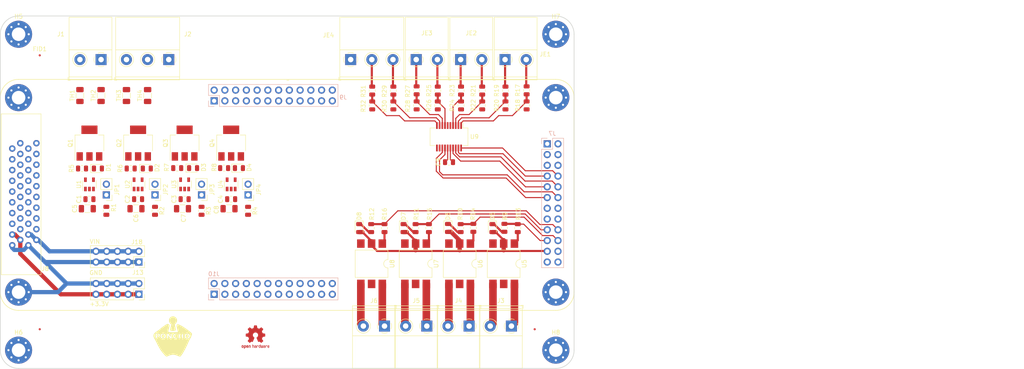
<source format=kicad_pcb>
(kicad_pcb (version 20171130) (host pcbnew 5.1.4-e60b266~84~ubuntu18.04.1)
  (title_block (title "PONCHO PLC7 (PLC PARA CIAA7)") (date 2019-10-18) (rev 1.00) (company "Proyecto CIAA - COMPUTADORA INDUSTRIAL ABIERTA ARGENTINA") (comment 2 "Revisor Final: Martín Ribelotta") (comment 3 "Docente/Revisor: Diego Brengi") (comment 4 "Diseñador: Agustín Rey"))
  (layers (0 F.Cu mixed) (31 B.Cu mixed) (34 B.Paste user) (35 F.Paste user) (36 B.SilkS user) (37 F.SilkS user) (38 B.Mask user) (39 F.Mask user) (44 Edge.Cuts user))
  (net 0 "")
  (net 1 GND)
  (net 2 +5V)
  (net 3 +3V3)
  (net 4 /BaseCIAA7/PC7)
  (net 5 /BaseCIAA7/PC6)
  (net 6 /BaseCIAA7/PA8)
  (net 7 /BaseCIAA7/PC9)
  (net 8 /BaseCIAA7/U1_RX)
  (net 9 /BaseCIAA7/U1_TX)
  (net 10 /BaseCIAA7/~RESET)
  (net 11 /BaseCIAA7/PE6)
  (net 12 /BaseCIAA7/PE5)
  (net 13 /BaseCIAA7/PE2)
  (net 14 /BaseCIAA7/PB8)
  (net 15 /BaseCIAA7/PB7)
  (net 16 /BaseCIAA7/PB6)
  (net 17 /BaseCIAA7/PB5)
  (net 18 /BaseCIAA7/PB4)
  (net 19 /BaseCIAA7/PB3)
  (net 20 /BaseCIAA7/PD7)
  (net 21 /BaseCIAA7/PD6)
  (net 22 /BaseCIAA7/PD5)
  (net 23 /BaseCIAA7/PD4)
  (net 24 /BaseCIAA7/PD3)
  (net 25 /BaseCIAA7/PC10)
  (net 26 /BaseCIAA7/PA15)
  (net 27 /BaseCIAA7/PC13)
  (net 28 /BaseCIAA7/ADC123_INP10)
  (net 29 /BaseCIAA7/ADC12_INN1_INP0)
  (net 30 /BaseCIAA7/ADC3_INP1)
  (net 31 /BaseCIAA7/ADC1_INP16)
  (net 32 /BaseCIAA7/ADC12_INP15)
  (net 33 /BaseCIAA7/ADC12_INP18)
  (net 34 /BaseCIAA7/ADC12_INP19)
  (net 35 /BaseCIAA7/ADC12_INP3)
  (net 36 /BaseCIAA7/ADC12_INP5)
  (net 37 /BaseCIAA7/ADC12_INN5_INP9)
  (net 38 "Net-(D1-Pad1)")
  (net 39 "Net-(D2-Pad1)")
  (net 40 "Net-(D3-Pad1)")
  (net 41 "Net-(D4-Pad1)")
  (net 42 "Net-(D5-Pad1)")
  (net 43 "Net-(D6-Pad1)")
  (net 44 "Net-(D7-Pad1)")
  (net 45 "Net-(D8-Pad1)")
  (net 46 "Net-(J1-Pad2)")
  (net 47 "Net-(J1-Pad1)")
  (net 48 "Net-(J2-Pad2)")
  (net 49 "Net-(J3-Pad2)")
  (net 50 "Net-(J3-Pad1)")
  (net 51 "Net-(J4-Pad1)")
  (net 52 "Net-(J4-Pad2)")
  (net 53 "Net-(J5-Pad2)")
  (net 54 "Net-(J5-Pad1)")
  (net 55 "Net-(JE1-Pad1)")
  (net 56 "Net-(JE1-Pad2)")
  (net 57 "Net-(JE2-Pad2)")
  (net 58 "Net-(JE2-Pad1)")
  (net 59 "Net-(JE3-Pad1)")
  (net 60 "Net-(JE3-Pad2)")
  (net 61 "Net-(JE4-Pad2)")
  (net 62 GNDREF)
  (net 63 /BaseCIAA7/OUT0)
  (net 64 "Net-(JP1-Pad2)")
  (net 65 "Net-(JP2-Pad2)")
  (net 66 /BaseCIAA7/OUT1)
  (net 67 /BaseCIAA7/OUT2)
  (net 68 "Net-(JP3-Pad2)")
  (net 69 "Net-(JP4-Pad2)")
  (net 70 /BaseCIAA7/OUT3)
  (net 71 "Net-(Q1-Pad2)")
  (net 72 "Net-(Q2-Pad2)")
  (net 73 "Net-(Q3-Pad2)")
  (net 74 "Net-(Q4-Pad2)")
  (net 75 /BaseCIAA7/OUT4)
  (net 76 /BaseCIAA7/OUT5)
  (net 77 /BaseCIAA7/OUT6)
  (net 78 /BaseCIAA7/OUT7)
  (net 79 "Net-(R13-Pad1)")
  (net 80 "Net-(R14-Pad1)")
  (net 81 "Net-(R15-Pad1)")
  (net 82 "Net-(R16-Pad1)")
  (net 83 "Net-(U1-Pad1)")
  (net 84 "Net-(U2-Pad1)")
  (net 85 "Net-(U3-Pad1)")
  (net 86 "Net-(U4-Pad1)")
  (net 87 "Net-(U5-Pad5)")
  (net 88 "Net-(U6-Pad5)")
  (net 89 "Net-(U7-Pad5)")
  (net 90 "Net-(U8-Pad5)")
  (net 91 /BaseCIAA7/IN4)
  (net 92 /BaseCIAA7/IN3)
  (net 93 /BaseCIAA7/IN7)
  (net 94 /BaseCIAA7/IN6)
  (net 95 /BaseCIAA7/IN5)
  (net 96 /BaseCIAA7/IN2)
  (net 97 /BaseCIAA7/IN1)
  (net 98 /BaseCIAA7/IN0)
  (net 99 "Net-(J9-Pad3)")
  (net 100 "Net-(J2-Pad3)")
  (net 101 "Net-(JE4-Pad3)")
  (net 102 "Net-(J8-Pad6)")
  (net 103 "Net-(J8-Pad12)")
  (net 104 "Net-(J8-Pad15)")
  (net 105 "Net-(J8-Pad26)")
  (net 106 "Net-(J8-Pad32)")
  (net 107 "Net-(J6-Pad1)")
  (net 108 "Net-(J6-Pad2)")
  (net 109 /Entradas/A1)
  (net 110 /Entradas/A2)
  (net 111 /Entradas/A3)
  (net 112 /Entradas/A4)
  (net 113 /Entradas/A5)
  (net 114 /Entradas/A6)
  (net 115 /Entradas/A7)
  (net 116 /Entradas/A8)
  (module Poncho-PLC:Logo_Poncho (layer F.Cu) (at 74.4 136.5)
    (fp_text reference " " hide)
    (fp_text value " " hide)
  )
  (module Symbol:OSHW-Logo2_7.3x6mm_Copper (layer F.Cu) (at 94 136.6)
    (fp_text reference " " hide)
    (fp_text value " ")
    (fp_poly (pts (xy 0.10391 -2.757652) (xy 0.182454 -2.757222) (xy 0.239298 -2.756058) (xy 0.278105 -2.753793) (xy 0.302538 -2.75006) (xy 0.316262 -2.744494) (xy 0.32294 -2.736727) (xy 0.326236 -2.726395) (xy 0.326556 -2.725057) (xy 0.331562 -2.700921) (xy 0.340829 -2.653299) (xy 0.353392 -2.587259) (xy 0.368287 -2.507872) (xy 0.384551 -2.420204) (xy 0.385119 -2.417125) (xy 0.40141 -2.331211) (xy 0.416652 -2.255304) (xy 0.429861 -2.193955) (xy 0.440054 -2.151718) (xy 0.446248 -2.133145) (xy 0.446543 -2.132816) (xy 0.464788 -2.123747) (xy 0.502405 -2.108633) (xy 0.551271 -2.090738) (xy 0.551543 -2.090642) (xy 0.613093 -2.067507) (xy 0.685657 -2.038035) (xy 0.754057 -2.008403) (xy 0.757294 -2.006938) (xy 0.868702 -1.956374) (xy 1.115399 -2.12484) (xy 1.191077 -2.176197) (xy 1.259631 -2.222111) (xy 1.317088 -2.25997) (xy 1.359476 -2.287163) (xy 1.382825 -2.301079) (xy 1.385042 -2.302111) (xy 1.40201 -2.297516) (xy 1.433701 -2.275345) (xy 1.481352 -2.234553) (xy 1.546198 -2.174095) (xy 1.612397 -2.109773) (xy 1.676214 -2.046388) (xy 1.733329 -1.988549) (xy 1.780305 -1.939825) (xy 1.813703 -1.90379) (xy 1.830085 -1.884016) (xy 1.830694 -1.882998) (xy 1.832505 -1.869428) (xy 1.825683 -1.847267) (xy 1.80854 -1.813522) (xy 1.779393 -1.7652) (xy 1.736555 -1.699308) (xy 1.679448 -1.614483) (xy 1.628766 -1.539823) (xy 1.583461 -1.47286) (xy 1.54615 -1.417484) (xy 1.519452 -1.37758) (xy 1.505985 -1.357038) (xy 1.505137 -1.355644) (xy 1.506781 -1.335962) (xy 1.519245 -1.297707) (xy 1.540048 -1.248111) (xy 1.547462 -1.232272) (xy 1.579814 -1.16171) (xy 1.614328 -1.081647) (xy 1.642365 -1.012371) (xy 1.662568 -0.960955) (xy 1.678615 -0.921881) (xy 1.687888 -0.901459) (xy 1.689041 -0.899886) (xy 1.706096 -0.897279) (xy 1.746298 -0.890137) (xy 1.804302 -0.879477) (xy 1.874763 -0.866315) (xy 1.952335 -0.851667) (xy 2.031672 -0.836551) (xy 2.107431 -0.821982) (xy 2.174264 -0.808978) (xy 2.226828 -0.798555) (xy 2.259776 -0.79173) (xy 2.267857 -0.789801) (xy 2.276205 -0.785038) (xy 2.282506 -0.774282) (xy 2.287045 -0.753902) (xy 2.290104 -0.720266) (xy 2.291967 -0.669745) (xy 2.292918 -0.598708) (xy 2.29324 -0.503524) (xy 2.293257 -0.464508) (xy 2.293257 -0.147201) (xy 2.217057 -0.132161) (xy 2.174663 -0.124005) (xy 2.1114 -0.112101) (xy 2.034962 -0.097884) (xy 1.953043 -0.08279) (xy 1.9304 -0.078645) (xy 1.854806 -0.063947) (xy 1.788953 -0.049495) (xy 1.738366 -0.036625) (xy 1.708574 -0.026678) (xy 1.703612 -0.023713) (xy 1.691426 -0.002717) (xy 1.673953 0.037967) (xy 1.654577 0.090322) (xy 1.650734 0.1016) (xy 1.625339 0.171523) (xy 1.593817 0.250418) (xy 1.562969 0.321266) (xy 1.562817 0.321595) (xy 1.511447 0.432733) (xy 1.680399 0.681253) (xy 1.849352 0.929772) (xy 1.632429 1.147058) (xy 1.566819 1.211726) (xy 1.506979 1.268733) (xy 1.456267 1.315033) (xy 1.418046 1.347584) (xy 1.395675 1.363343) (xy 1.392466 1.364343) (xy 1.373626 1.356469) (xy 1.33518 1.334578) (xy 1.28133 1.301267) (xy 1.216276 1.259131) (xy 1.14594 1.211943) (xy 1.074555 1.16381) (xy 1.010908 1.121928) (xy 0.959041 1.088871) (xy 0.922995 1.067218) (xy 0.906867 1.059543) (xy 0.887189 1.066037) (xy 0.849875 1.08315) (xy 0.802621 1.107326) (xy 0.797612 1.110013) (xy 0.733977 1.141927) (xy 0.690341 1.157579) (xy 0.663202 1.157745) (xy 0.649057 1.143204) (xy 0.648975 1.143) (xy 0.641905 1.125779) (xy 0.625042 1.084899) (xy 0.599695 1.023525) (xy 0.567171 0.944819) (xy 0.528778 0.851947) (xy 0.485822 0.748072) (xy 0.444222 0.647502) (xy 0.398504 0.536516) (xy 0.356526 0.433703) (xy 0.319548 0.342215) (xy 0.288827 0.265201) (xy 0.265622 0.205815) (xy 0.25119 0.167209) (xy 0.246743 0.1528) (xy 0.257896 0.136272) (xy 0.287069 0.10993) (xy 0.325971 0.080887) (xy 0.436757 -0.010961) (xy 0.523351 -0.116241) (xy 0.584716 -0.232734) (xy 0.619815 -0.358224) (xy 0.627608 -0.490493) (xy 0.621943 -0.551543) (xy 0.591078 -0.678205) (xy 0.53792 -0.790059) (xy 0.465767 -0.885999) (xy 0.377917 -0.964924) (xy 0.277665 -1.02573) (xy 0.16831 -1.067313) (xy 0.053147 -1.088572) (xy -0.064525 -1.088401) (xy -0.18141 -1.065699) (xy -0.294211 -1.019362) (xy -0.399631 -0.948287) (xy -0.443632 -0.908089) (xy -0.528021 -0.804871) (xy -0.586778 -0.692075) (xy -0.620296 -0.57299) (xy -0.628965 -0.450905) (xy -0.613177 -0.329107) (xy -0.573322 -0.210884) (xy -0.509793 -0.099525) (xy -0.422979 0.001684) (xy -0.325971 0.080887) (xy -0.285563 0.111162) (xy -0.257018 0.137219) (xy -0.246743 0.152825) (xy -0.252123 0.169843) (xy -0.267425 0.2105) (xy -0.291388 0.271642) (xy -0.322756 0.350119) (xy -0.360268 0.44278) (xy -0.402667 0.546472) (xy -0.444337 0.647526) (xy -0.49031 0.758607) (xy -0.532893 0.861541) (xy -0.570779 0.953165) (xy -0.60266 1.030316) (xy -0.627229 1.089831) (xy -0.64318 1.128544) (xy -0.64909 1.143) (xy -0.663052 1.157685) (xy -0.69006 1.157642) (xy -0.733587 1.142099) (xy -0.79711 1.110284) (xy -0.797612 1.110013) (xy -0.84544 1.085323) (xy -0.884103 1.067338) (xy -0.905905 1.059614) (xy -0.906867 1.059543) (xy -0.923279 1.067378) (xy -0.959513 1.089165) (xy -1.011526 1.122328) (xy -1.075275 1.164291) (xy -1.14594 1.211943) (xy -1.217884 1.260191) (xy -1.282726 1.302151) (xy -1.336265 1.335227) (xy -1.374303 1.356821) (xy -1.392467 1.364343) (xy -1.409192 1.354457) (xy -1.44282 1.326826) (xy -1.48999 1.284495) (xy -1.547342 1.230505) (xy -1.611516 1.167899) (xy -1.632503 1.146983) (xy -1.849501 0.929623) (xy -1.684332 0.68722) (xy -1.634136 0.612781) (xy -1.590081 0.545972) (xy -1.554638 0.490665) (xy -1.530281 0.450729) (xy -1.519478 0.430036) (xy -1.519162 0.428563) (xy -1.524857 0.409058) (xy -1.540174 0.369822) (xy -1.562463 0.31743) (xy -1.578107 0.282355) (xy -1.607359 0.215201) (xy -1.634906 0.147358) (xy -1.656263 0.090034) (xy -1.662065 0.072572) (xy -1.678548 0.025938) (xy -1.69466 -0.010095) (xy -1.70351 -0.023713) (xy -1.72304 -0.032048) (xy -1.765666 -0.043863) (xy -1.825855 -0.057819) (xy -1.898078 -0.072578) (xy -1.9304 -0.078645) (xy -2.012478 -0.093727) (xy -2.091205 -0.108331) (xy -2.158891 -0.12102) (xy -2.20784 -0.130358) (xy -2.217057 -0.132161) (xy -2.293257 -0.147201) (xy -2.293257 -0.464508) (xy -2.293086 -0.568846) (xy -2.292384 -0.647787) (xy -2.290866 -0.704962) (xy -2.288251 -0.744001) (xy -2.284254 -0.768535) (xy -2.278591 -0.782195) (xy -2.27098 -0.788611) (xy -2.267857 -0.789801) (xy -2.249022 -0.79402) (xy -2.207412 -0.802438) (xy -2.14837 -0.814039) (xy -2.077243 -0.827805) (xy -1.999375 -0.84272) (xy -1.920113 -0.857768) (xy -1.844802 -0.871931) (xy -1.778787 -0.884194) (xy -1.727413 -0.893539) (xy -1.696025 -0.89895) (xy -1.689041 -0.899886) (xy -1.682715 -0.912404) (xy -1.66871 -0.945754) (xy -1.649645 -0.993623) (xy -1.642366 -1.012371) (xy -1.613004 -1.084805) (xy -1.578429 -1.16483) (xy -1.547463 -1.232272) (xy -1.524677 -1.283841) (xy -1.509518 -1.326215) (xy -1.504458 -1.352166) (xy -1.505264 -1.355644) (xy -1.515959 -1.372064) (xy -1.54038 -1.408583) (xy -1.575905 -1.461313) (xy -1.619913 -1.526365) (xy -1.669783 -1.599849) (xy -1.679644 -1.614355) (xy -1.737508 -1.700296) (xy -1.780044 -1.765739) (xy -1.808946 -1.813696) (xy -1.82591 -1.84718) (xy -1.832633 -1.869205) (xy -1.83081 -1.882783) (xy -1.830764 -1.882869) (xy -1.816414 -1.900703) (xy -1.784677 -1.935183) (xy -1.73899 -1.982732) (xy -1.682796 -2.039778) (xy -1.619532 -2.102745) (xy -1.612398 -2.109773) (xy -1.53267 -2.18698) (xy -1.471143 -2.24367) (xy -1.426579 -2.28089) (xy -1.397743 -2.299685) (xy -1.385042 -2.302111) (xy -1.366506 -2.291529) (xy -1.328039 -2.267084) (xy -1.273614 -2.231388) (xy -1.207202 -2.187053) (xy -1.132775 -2.136689) (xy -1.115399 -2.12484) (xy -0.868703 -1.956374) (xy -0.757294 -2.006938) (xy -0.689543 -2.036405) (xy -0.616817 -2.066041) (xy -0.554297 -2.08967) (xy -0.551543 -2.090642) (xy -0.50264 -2.108543) (xy -0.464943 -2.12368) (xy -0.446575 -2.13279) (xy -0.446544 -2.132816) (xy -0.440715 -2.149283) (xy -0.430808 -2.189781) (xy -0.417805 -2.249758) (xy -0.402691 -2.32466) (xy -0.386448 -2.409936) (xy -0.385119 -2.417125) (xy -0.368825 -2.504986) (xy -0.353867 -2.58474) (xy -0.341209 -2.651319) (xy -0.331814 -2.699653) (xy -0.326646 -2.724675) (xy -0.326556 -2.725057) (xy -0.323411 -2.735701) (xy -0.317296 -2.743738) (xy -0.304547 -2.749533) (xy -0.2815 -2.753453) (xy -0.244491 -2.755865) (xy -0.189856 -2.757135) (xy -0.113933 -2.757629) (xy -0.013056 -2.757714) (xy 0 -2.757714) (xy 0.10391 -2.757652)) (layer F.Cu) (width 0.01))
    (fp_poly (pts (xy 3.153595 1.966966) (xy 3.211021 2.004497) (xy 3.238719 2.038096) (xy 3.260662 2.099064) (xy 3.262405 2.147308) (xy 3.258457 2.211816) (xy 3.109686 2.276934) (xy 3.037349 2.310202) (xy 2.990084 2.336964) (xy 2.965507 2.360144) (xy 2.961237 2.382667) (xy 2.974889 2.407455) (xy 2.989943 2.423886) (xy 3.033746 2.450235) (xy 3.081389 2.452081) (xy 3.125145 2.431546) (xy 3.157289 2.390752) (xy 3.163038 2.376347) (xy 3.190576 2.331356) (xy 3.222258 2.312182) (xy 3.265714 2.295779) (xy 3.265714 2.357966) (xy 3.261872 2.400283) (xy 3.246823 2.435969) (xy 3.21528 2.476943) (xy 3.210592 2.482267) (xy 3.175506 2.51872) (xy 3.145347 2.538283) (xy 3.107615 2.547283) (xy 3.076335 2.55023) (xy 3.020385 2.550965) (xy 2.980555 2.54166) (xy 2.955708 2.527846) (xy 2.916656 2.497467) (xy 2.889625 2.464613) (xy 2.872517 2.423294) (xy 2.863238 2.367521) (xy 2.859693 2.291305) (xy 2.85941 2.252622) (xy 2.860372 2.206247) (xy 2.948007 2.206247) (xy 2.949023 2.231126) (xy 2.951556 2.2352) (xy 2.968274 2.229665) (xy 3.004249 2.215017) (xy 3.052331 2.19419) (xy 3.062386 2.189714) (xy 3.123152 2.158814) (xy 3.156632 2.131657) (xy 3.16399 2.10622) (xy 3.146391 2.080481) (xy 3.131856 2.069109) (xy 3.07941 2.046364) (xy 3.030322 2.050122) (xy 2.989227 2.077884) (xy 2.960758 2.127152) (xy 2.951631 2.166257) (xy 2.948007 2.206247) (xy 2.860372 2.206247) (xy 2.861285 2.162249) (xy 2.868196 2.095384) (xy 2.881884 2.046695) (xy 2.904096 2.010849) (xy 2.936574 1.982513) (xy 2.950733 1.973355) (xy 3.015053 1.949507) (xy 3.085473 1.948006) (xy 3.153595 1.966966)) (layer F.Cu) (width 0.01))
    (fp_poly (pts (xy 2.6526 1.958752) (xy 2.669948 1.966334) (xy 2.711356 1.999128) (xy 2.746765 2.046547) (xy 2.768664 2.097151) (xy 2.772229 2.122098) (xy 2.760279 2.156927) (xy 2.734067 2.175357) (xy 2.705964 2.186516) (xy 2.693095 2.188572) (xy 2.686829 2.173649) (xy 2.674456 2.141175) (xy 2.669028 2.126502) (xy 2.63859 2.075744) (xy 2.59452 2.050427) (xy 2.53801 2.051206) (xy 2.533825 2.052203) (xy 2.503655 2.066507) (xy 2.481476 2.094393) (xy 2.466327 2.139287) (xy 2.45725 2.204615) (xy 2.453286 2.293804) (xy 2.452914 2.341261) (xy 2.45273 2.416071) (xy 2.451522 2.467069) (xy 2.448309 2.499471) (xy 2.442109 2.518495) (xy 2.43194 2.529356) (xy 2.416819 2.537272) (xy 2.415946 2.53767) (xy 2.386828 2.549981) (xy 2.372403 2.554514) (xy 2.370186 2.540809) (xy 2.368289 2.502925) (xy 2.366847 2.445715) (xy 2.365998 2.374027) (xy 2.365829 2.321565) (xy 2.366692 2.220047) (xy 2.37007 2.143032) (xy 2.377142 2.086023) (xy 2.389088 2.044526) (xy 2.40709 2.014043) (xy 2.432327 1.99008) (xy 2.457247 1.973355) (xy 2.517171 1.951097) (xy 2.586911 1.946076) (xy 2.6526 1.958752)) (layer F.Cu) (width 0.01))
    (fp_poly (pts (xy 2.144876 1.956335) (xy 2.186667 1.975344) (xy 2.219469 1.998378) (xy 2.243503 2.024133) (xy 2.260097 2.057358) (xy 2.270577 2.1028) (xy 2.276271 2.165207) (xy 2.278507 2.249327) (xy 2.278743 2.304721) (xy 2.278743 2.520826) (xy 2.241774 2.53767) (xy 2.212656 2.549981) (xy 2.198231 2.554514) (xy 2.195472 2.541025) (xy 2.193282 2.504653) (xy 2.191942 2.451542) (xy 2.191657 2.409372) (xy 2.190434 2.348447) (xy 2.187136 2.300115) (xy 2.182321 2.270518) (xy 2.178496 2.264229) (xy 2.152783 2.270652) (xy 2.112418 2.287125) (xy 2.065679 2.309458) (xy 2.020845 2.333457) (xy 1.986193 2.35493) (xy 1.970002 2.369685) (xy 1.969938 2.369845) (xy 1.97133 2.397152) (xy 1.983818 2.423219) (xy 2.005743 2.444392) (xy 2.037743 2.451474) (xy 2.065092 2.450649) (xy 2.103826 2.450042) (xy 2.124158 2.459116) (xy 2.136369 2.483092) (xy 2.137909 2.487613) (xy 2.143203 2.521806) (xy 2.129047 2.542568) (xy 2.092148 2.552462) (xy 2.052289 2.554292) (xy 1.980562 2.540727) (xy 1.943432 2.521355) (xy 1.897576 2.475845) (xy 1.873256 2.419983) (xy 1.871073 2.360957) (xy 1.891629 2.305953) (xy 1.922549 2.271486) (xy 1.95342 2.252189) (xy 2.001942 2.227759) (xy 2.058485 2.202985) (xy 2.06791 2.199199) (xy 2.130019 2.171791) (xy 2.165822 2.147634) (xy 2.177337 2.123619) (xy 2.16658 2.096635) (xy 2.148114 2.075543) (xy 2.104469 2.049572) (xy 2.056446 2.047624) (xy 2.012406 2.067637) (xy 1.980709 2.107551) (xy 1.976549 2.117848) (xy 1.952327 2.155724) (xy 1.916965 2.183842) (xy 1.872343 2.206917) (xy 1.872343 2.141485) (xy 1.874969 2.101506) (xy 1.88623 2.069997) (xy 1.911199 2.036378) (xy 1.935169 2.010484) (xy 1.972441 1.973817) (xy 2.001401 1.954121) (xy 2.032505 1.94622) (xy 2.067713 1.944914) (xy 2.144876 1.956335)) (layer F.Cu) (width 0.01))
    (fp_poly (pts (xy 1.779833 1.958663) (xy 1.782048 1.99685) (xy 1.783784 2.054886) (xy 1.784899 2.12818) (xy 1.785257 2.205055) (xy 1.785257 2.465196) (xy 1.739326 2.511127) (xy 1.707675 2.539429) (xy 1.67989 2.550893) (xy 1.641915 2.550168) (xy 1.62684 2.548321) (xy 1.579726 2.542948) (xy 1.540756 2.539869) (xy 1.531257 2.539585) (xy 1.499233 2.541445) (xy 1.453432 2.546114) (xy 1.435674 2.548321) (xy 1.392057 2.551735) (xy 1.362745 2.54432) (xy 1.33368 2.521427) (xy 1.323188 2.511127) (xy 1.277257 2.465196) (xy 1.277257 1.978602) (xy 1.314226 1.961758) (xy 1.346059 1.949282) (xy 1.364683 1.944914) (xy 1.369458 1.958718) (xy 1.373921 1.997286) (xy 1.377775 2.056356) (xy 1.380722 2.131663) (xy 1.382143 2.195286) (xy 1.386114 2.445657) (xy 1.420759 2.450556) (xy 1.452268 2.447131) (xy 1.467708 2.436041) (xy 1.472023 2.415308) (xy 1.475708 2.371145) (xy 1.478469 2.309146) (xy 1.480012 2.234909) (xy 1.480235 2.196706) (xy 1.480457 1.976783) (xy 1.526166 1.960849) (xy 1.558518 1.950015) (xy 1.576115 1.944962) (xy 1.576623 1.944914) (xy 1.578388 1.958648) (xy 1.580329 1.99673) (xy 1.582282 2.054482) (xy 1.584084 2.127227) (xy 1.585343 2.195286) (xy 1.589314 2.445657) (xy 1.6764 2.445657) (xy 1.680396 2.21724) (xy 1.684392 1.988822) (xy 1.726847 1.966868) (xy 1.758192 1.951793) (xy 1.776744 1.944951) (xy 1.777279 1.944914) (xy 1.779833 1.958663)) (layer F.Cu) (width 0.01))
    (fp_poly (pts (xy 1.190117 2.065358) (xy 1.189933 2.173837) (xy 1.189219 2.257287) (xy 1.187675 2.319704) (xy 1.185001 2.365085) (xy 1.180894 2.397429) (xy 1.175055 2.420733) (xy 1.167182 2.438995) (xy 1.161221 2.449418) (xy 1.111855 2.505945) (xy 1.049264 2.541377) (xy 0.980013 2.55409) (xy 0.910668 2.542463) (xy 0.869375 2.521568) (xy 0.826025 2.485422) (xy 0.796481 2.441276) (xy 0.778655 2.383462) (xy 0.770463 2.306313) (xy 0.769302 2.249714) (xy 0.769458 2.245647) (xy 0.870857 2.245647) (xy 0.871476 2.31055) (xy 0.874314 2.353514) (xy 0.88084 2.381622) (xy 0.892523 2.401953) (xy 0.906483 2.417288) (xy 0.953365 2.44689) (xy 1.003701 2.449419) (xy 1.051276 2.424705) (xy 1.054979 2.421356) (xy 1.070783 2.403935) (xy 1.080693 2.383209) (xy 1.086058 2.352362) (xy 1.088228 2.304577) (xy 1.088571 2.251748) (xy 1.087827 2.185381) (xy 1.084748 2.141106) (xy 1.078061 2.112009) (xy 1.066496 2.091173) (xy 1.057013 2.080107) (xy 1.01296 2.052198) (xy 0.962224 2.048843) (xy 0.913796 2.070159) (xy 0.90445 2.078073) (xy 0.88854 2.095647) (xy 0.87861 2.116587) (xy 0.873278 2.147782) (xy 0.871163 2.196122) (xy 0.870857 2.245647) (xy 0.769458 2.245647) (xy 0.77281 2.158568) (xy 0.784726 2.090086) (xy 0.807135 2.0386) (xy 0.842124 1.998443) (xy 0.869375 1.977861) (xy 0.918907 1.955625) (xy 0.976316 1.945304) (xy 1.029682 1.948067) (xy 1.059543 1.959212) (xy 1.071261 1.962383) (xy 1.079037 1.950557) (xy 1.084465 1.918866) (xy 1.088571 1.870593) (xy 1.093067 1.816829) (xy 1.099313 1.784482) (xy 1.110676 1.765985) (xy 1.130528 1.75377) (xy 1.143 1.748362) (xy 1.190171 1.728601) (xy 1.190117 2.065358)) (layer F.Cu) (width 0.01))
    (fp_poly (pts (xy 0.529926 1.949755) (xy 0.595858 1.974084) (xy 0.649273 2.017117) (xy 0.670164 2.047409) (xy 0.692939 2.102994) (xy 0.692466 2.143186) (xy 0.668562 2.170217) (xy 0.659717 2.174813) (xy 0.62153 2.189144) (xy 0.602028 2.185472) (xy 0.595422 2.161407) (xy 0.595086 2.148114) (xy 0.582992 2.09921) (xy 0.551471 2.064999) (xy 0.507659 2.048476) (xy 0.458695 2.052634) (xy 0.418894 2.074227) (xy 0.40545 2.086544) (xy 0.395921 2.101487) (xy 0.389485 2.124075) (xy 0.385317 2.159328) (xy 0.382597 2.212266) (xy 0.380502 2.287907) (xy 0.37996 2.311857) (xy 0.377981 2.39379) (xy 0.375731 2.451455) (xy 0.372357 2.489608) (xy 0.367006 2.513004) (xy 0.358824 2.526398) (xy 0.346959 2.534545) (xy 0.339362 2.538144) (xy 0.307102 2.550452) (xy 0.288111 2.554514) (xy 0.281836 2.540948) (xy 0.278006 2.499934) (xy 0.2766 2.430999) (xy 0.277598 2.333669) (xy 0.277908 2.318657) (xy 0.280101 2.229859) (xy 0.282693 2.165019) (xy 0.286382 2.119067) (xy 0.291864 2.086935) (xy 0.299835 2.063553) (xy 0.310993 2.043852) (xy 0.31683 2.03541) (xy 0.350296 1.998057) (xy 0.387727 1.969003) (xy 0.392309 1.966467) (xy 0.459426 1.946443) (xy 0.529926 1.949755)) (layer F.Cu) (width 0.01))
    (fp_poly (pts (xy 0.039744 1.950968) (xy 0.096616 1.972087) (xy 0.097267 1.972493) (xy 0.13244 1.99838) (xy 0.158407 2.028633) (xy 0.17667 2.068058) (xy 0.188732 2.121462) (xy 0.196096 2.193651) (xy 0.200264 2.289432) (xy 0.200629 2.303078) (xy 0.205876 2.508842) (xy 0.161716 2.531678) (xy 0.129763 2.54711) (xy 0.11047 2.554423) (xy 0.109578 2.554514) (xy 0.106239 2.541022) (xy 0.103587 2.504626) (xy 0.101956 2.451452) (xy 0.1016 2.408393) (xy 0.101592 2.338641) (xy 0.098403 2.294837) (xy 0.087288 2.273944) (xy 0.063501 2.272925) (xy 0.022296 2.288741) (xy -0.039914 2.317815) (xy -0.085659 2.341963) (xy -0.109187 2.362913) (xy -0.116104 2.385747) (xy -0.116114 2.386877) (xy -0.104701 2.426212) (xy -0.070908 2.447462) (xy -0.019191 2.450539) (xy 0.018061 2.450006) (xy 0.037703 2.460735) (xy 0.049952 2.486505) (xy 0.057002 2.519337) (xy 0.046842 2.537966) (xy 0.043017 2.540632) (xy 0.007001 2.55134) (xy -0.043434 2.552856) (xy -0.095374 2.545759) (xy -0.132178 2.532788) (xy -0.183062 2.489585) (xy -0.211986 2.429446) (xy -0.217714 2.382462) (xy -0.213343 2.340082) (xy -0.197525 2.305488) (xy -0.166203 2.274763) (xy -0.115322 2.24399) (xy -0.040824 2.209252) (xy -0.036286 2.207288) (xy 0.030821 2.176287) (xy 0.072232 2.150862) (xy 0.089981 2.128014) (xy 0.086107 2.104745) (xy 0.062643 2.078056) (xy 0.055627 2.071914) (xy 0.00863 2.0481) (xy -0.040067 2.049103) (xy -0.082478 2.072451) (xy -0.110616 2.115675) (xy -0.113231 2.12416) (xy -0.138692 2.165308) (xy -0.170999 2.185128) (xy -0.217714 2.20477) (xy -0.217714 2.15395) (xy -0.203504 2.080082) (xy -0.161325 2.012327) (xy -0.139376 1.989661) (xy -0.089483 1.960569) (xy -0.026033 1.9474) (xy 0.039744 1.950968)) (layer F.Cu) (width 0.01))
    (fp_poly (pts (xy -0.624114 1.851289) (xy -0.619861 1.910613) (xy -0.614975 1.945572) (xy -0.608205 1.96082) (xy -0.598298 1.961015) (xy -0.595086 1.959195) (xy -0.552356 1.946015) (xy -0.496773 1.946785) (xy -0.440263 1.960333) (xy -0.404918 1.977861) (xy -0.368679 2.005861) (xy -0.342187 2.037549) (xy -0.324001 2.077813) (xy -0.312678 2.131543) (xy -0.306778 2.203626) (xy -0.304857 2.298951) (xy -0.304823 2.317237) (xy -0.3048 2.522646) (xy -0.350509 2.53858) (xy -0.382973 2.54942) (xy -0.400785 2.554468) (xy -0.401309 2.554514) (xy -0.403063 2.540828) (xy -0.404556 2.503076) (xy -0.405674 2.446224) (xy -0.406303 2.375234) (xy -0.4064 2.332073) (xy -0.406602 2.246973) (xy -0.407642 2.185981) (xy -0.410169 2.144177) (xy -0.414836 2.116642) (xy -0.422293 2.098456) (xy -0.433189 2.084698) (xy -0.439993 2.078073) (xy -0.486728 2.051375) (xy -0.537728 2.049375) (xy -0.583999 2.071955) (xy -0.592556 2.080107) (xy -0.605107 2.095436) (xy -0.613812 2.113618) (xy -0.619369 2.139909) (xy -0.622474 2.179562) (xy -0.623824 2.237832) (xy -0.624114 2.318173) (xy -0.624114 2.522646) (xy -0.669823 2.53858) (xy -0.702287 2.54942) (xy -0.720099 2.554468) (xy -0.720623 2.554514) (xy -0.721963 2.540623) (xy -0.723172 2.501439) (xy -0.724199 2.4407) (xy -0.724998 2.362141) (xy -0.725519 2.269498) (xy -0.725714 2.166509) (xy -0.725714 1.769342) (xy -0.678543 1.749444) (xy -0.631371 1.729547) (xy -0.624114 1.851289)) (layer F.Cu) (width 0.01))
    (fp_poly (pts (xy -1.831697 1.931239) (xy -1.774473 1.969735) (xy -1.730251 2.025335) (xy -1.703833 2.096086) (xy -1.69849 2.148162) (xy -1.699097 2.169893) (xy -1.704178 2.186531) (xy -1.718145 2.201437) (xy -1.745411 2.217973) (xy -1.790388 2.239498) (xy -1.857489 2.269374) (xy -1.857829 2.269524) (xy -1.919593 2.297813) (xy -1.970241 2.322933) (xy -2.004596 2.342179) (xy -2.017482 2.352848) (xy -2.017486 2.352934) (xy -2.006128 2.376166) (xy -1.979569 2.401774) (xy -1.949077 2.420221) (xy -1.93363 2.423886) (xy -1.891485 2.411212) (xy -1.855192 2.379471) (xy -1.837483 2.344572) (xy -1.820448 2.318845) (xy -1.787078 2.289546) (xy -1.747851 2.264235) (xy -1.713244 2.250471) (xy -1.706007 2.249714) (xy -1.697861 2.26216) (xy -1.69737 2.293972) (xy -1.703357 2.336866) (xy -1.714643 2.382558) (xy -1.73005 2.422761) (xy -1.730829 2.424322) (xy -1.777196 2.489062) (xy -1.837289 2.533097) (xy -1.905535 2.554711) (xy -1.976362 2.552185) (xy -2.044196 2.523804) (xy -2.047212 2.521808) (xy -2.100573 2.473448) (xy -2.13566 2.410352) (xy -2.155078 2.327387) (xy -2.157684 2.304078) (xy -2.162299 2.194055) (xy -2.156767 2.142748) (xy -2.017486 2.142748) (xy -2.015676 2.174753) (xy -2.005778 2.184093) (xy -1.981102 2.177105) (xy -1.942205 2.160587) (xy -1.898725 2.139881) (xy -1.897644 2.139333) (xy -1.860791 2.119949) (xy -1.846 2.107013) (xy -1.849647 2.093451) (xy -1.865005 2.075632) (xy -1.904077 2.049845) (xy -1.946154 2.04795) (xy -1.983897 2.066717) (xy -2.009966 2.102915) (xy -2.017486 2.142748) (xy -2.156767 2.142748) (xy -2.152806 2.106027) (xy -2.12845 2.036212) (xy -2.094544 1.987302) (xy -2.033347 1.937878) (xy -1.965937 1.913359) (xy -1.89712 1.911797) (xy -1.831697 1.931239)) (layer F.Cu) (width 0.01))
    (fp_poly (pts (xy -2.958885 1.921962) (xy -2.890855 1.957733) (xy -2.840649 2.015301) (xy -2.822815 2.052312) (xy -2.808937 2.107882) (xy -2.801833 2.178096) (xy -2.80116 2.254727) (xy -2.806573 2.329552) (xy -2.81773 2.394342) (xy -2.834286 2.440873) (xy -2.839374 2.448887) (xy -2.899645 2.508707) (xy -2.971231 2.544535) (xy -3.048908 2.55502) (xy -3.127452 2.53881) (xy -3.149311 2.529092) (xy -3.191878 2.499143) (xy -3.229237 2.459433) (xy -3.232768 2.454397) (xy -3.247119 2.430124) (xy -3.256606 2.404178) (xy -3.26221 2.370022) (xy -3.264914 2.321119) (xy -3.265701 2.250935) (xy -3.265714 2.2352) (xy -3.265678 2.230192) (xy -3.120571 2.230192) (xy -3.119727 2.29643) (xy -3.116404 2.340386) (xy -3.109417 2.368779) (xy -3.097584 2.388325) (xy -3.091543 2.394857) (xy -3.056814 2.41968) (xy -3.023097 2.418548) (xy -2.989005 2.397016) (xy -2.968671 2.374029) (xy -2.956629 2.340478) (xy -2.949866 2.287569) (xy -2.949402 2.281399) (xy -2.948248 2.185513) (xy -2.960312 2.114299) (xy -2.98543 2.068194) (xy -3.02344 2.047635) (xy -3.037008 2.046514) (xy -3.072636 2.052152) (xy -3.097006 2.071686) (xy -3.111907 2.109042) (xy -3.119125 2.16815) (xy -3.120571 2.230192) (xy -3.265678 2.230192) (xy -3.265174 2.160413) (xy -3.262904 2.108159) (xy -3.257932 2.071949) (xy -3.249287 2.045299) (xy -3.235995 2.021722) (xy -3.233057 2.017338) (xy -3.183687 1.958249) (xy -3.129891 1.923947) (xy -3.064398 1.910331) (xy -3.042158 1.909665) (xy -2.958885 1.921962)) (layer F.Cu) (width 0.01))
    (fp_poly (pts (xy -1.283907 1.92778) (xy -1.237328 1.954723) (xy -1.204943 1.981466) (xy -1.181258 2.009484) (xy -1.164941 2.043748) (xy -1.154661 2.089227) (xy -1.149086 2.150892) (xy -1.146884 2.233711) (xy -1.146629 2.293246) (xy -1.146629 2.512391) (xy -1.208314 2.540044) (xy -1.27 2.567697) (xy -1.277257 2.32767) (xy -1.280256 2.238028) (xy -1.283402 2.172962) (xy -1.287299 2.128026) (xy -1.292553 2.09877) (xy -1.299769 2.080748) (xy -1.30955 2.069511) (xy -1.312688 2.067079) (xy -1.360239 2.048083) (xy -1.408303 2.0556) (xy -1.436914 2.075543) (xy -1.448553 2.089675) (xy -1.456609 2.10822) (xy -1.461729 2.136334) (xy -1.464559 2.179173) (xy -1.465744 2.241895) (xy -1.465943 2.307261) (xy -1.465982 2.389268) (xy -1.467386 2.447316) (xy -1.472086 2.486465) (xy -1.482013 2.51178) (xy -1.499097 2.528323) (xy -1.525268 2.541156) (xy -1.560225 2.554491) (xy -1.598404 2.569007) (xy -1.593859 2.311389) (xy -1.592029 2.218519) (xy -1.589888 2.149889) (xy -1.586819 2.100711) (xy -1.582206 2.066198) (xy -1.575432 2.041562) (xy -1.565881 2.022016) (xy -1.554366 2.00477) (xy -1.49881 1.94968) (xy -1.43102 1.917822) (xy -1.357287 1.910191) (xy -1.283907 1.92778)) (layer F.Cu) (width 0.01))
    (fp_poly (pts (xy -2.400256 1.919918) (xy -2.344799 1.947568) (xy -2.295852 1.99848) (xy -2.282371 2.017338) (xy -2.267686 2.042015) (xy -2.258158 2.068816) (xy -2.252707 2.104587) (xy -2.250253 2.156169) (xy -2.249714 2.224267) (xy -2.252148 2.317588) (xy -2.260606 2.387657) (xy -2.276826 2.439931) (xy -2.302546 2.479869) (xy -2.339503 2.512929) (xy -2.342218 2.514886) (xy -2.37864 2.534908) (xy -2.422498 2.544815) (xy -2.478276 2.547257) (xy -2.568952 2.547257) (xy -2.56899 2.635283) (xy -2.569834 2.684308) (xy -2.574976 2.713065) (xy -2.588413 2.730311) (xy -2.614142 2.744808) (xy -2.620321 2.747769) (xy -2.649236 2.761648) (xy -2.671624 2.770414) (xy -2.688271 2.771171) (xy -2.699964 2.761023) (xy -2.70749 2.737073) (xy -2.711634 2.696426) (xy -2.713185 2.636186) (xy -2.712929 2.553455) (xy -2.711651 2.445339) (xy -2.711252 2.413) (xy -2.709815 2.301524) (xy -2.708528 2.228603) (xy -2.569029 2.228603) (xy -2.568245 2.290499) (xy -2.56476 2.330997) (xy -2.556876 2.357708) (xy -2.542895 2.378244) (xy -2.533403 2.38826) (xy -2.494596 2.417567) (xy -2.460237 2.419952) (xy -2.424784 2.39575) (xy -2.423886 2.394857) (xy -2.409461 2.376153) (xy -2.400687 2.350732) (xy -2.396261 2.311584) (xy -2.394882 2.251697) (xy -2.394857 2.23843) (xy -2.398188 2.155901) (xy -2.409031 2.098691) (xy -2.42866 2.063766) (xy -2.45835 2.048094) (xy -2.475509 2.046514) (xy -2.516234 2.053926) (xy -2.544168 2.07833) (xy -2.560983 2.12298) (xy -2.56835 2.19113) (xy -2.569029 2.228603) (xy -2.708528 2.228603) (xy -2.708292 2.215245) (xy -2.706323 2.150333) (xy -2.70355 2.102958) (xy -2.699612 2.06929) (xy -2.694151 2.045498) (xy -2.686808 2.027753) (xy -2.677223 2.012224) (xy -2.673113 2.006381) (xy -2.618595 1.951185) (xy -2.549664 1.91989) (xy -2.469928 1.911165) (xy -2.400256 1.919918)) (layer F.Cu) (width 0.01))
  )
  (module Poncho-PLC:TerminalBlock_WECO_120-M-311_1x03_P5.00mm_Plug-in_PCB (layer F.Cu) (at 116.5 71)
    (fp_text reference JE4 (at -5.25 -5.75) (layer F.SilkS))
    (fp_text value TB_1X3)
    (pad 3 thru_hole circle (at 10 0) (size 2.6 2.6) (drill 1.3) (layers *.Cu *.Mask) (net 101 "Net-(JE4-Pad3)"))
    (pad 2 thru_hole circle (at 5 0) (size 2.6 2.6) (drill 1.3) (layers *.Cu *.Mask) (net 61 "Net-(JE4-Pad2)"))
    (pad 1 thru_hole rect (at 0 0) (size 2.6 2.6) (drill 1.3) (layers *.Cu *.Mask) (net 62 GNDREF))
  )
  (module Poncho-PLC:TerminalBlock_WECO_120-M-311_1x02_P5.00mm_Plug-in_PCB (layer F.Cu) (at 154.5 134 180)
    (fp_text reference J3 (at 2.5 6) (layer F.SilkS))
    (fp_text value TB_1X2)
    (pad 2 thru_hole circle (at 5 0 180) (size 2.6 2.6) (drill 1.3) (layers *.Cu *.Mask) (net 49 "Net-(J3-Pad2)"))
    (pad 1 thru_hole rect (at 0 0 180) (size 2.6 2.6) (drill 1.3) (layers *.Cu *.Mask) (net 50 "Net-(J3-Pad1)"))
  )
  (module Poncho-PLC:TerminalBlock_WECO_120-M-311_1x02_P5.00mm_Plug-in_PCB (layer F.Cu) (at 144.5 134 180)
    (fp_text reference J4 (at 2.5 6) (layer F.SilkS))
    (fp_text value TB_1X2)
    (pad 2 thru_hole circle (at 5 0 180) (size 2.6 2.6) (drill 1.3) (layers *.Cu *.Mask) (net 52 "Net-(J4-Pad2)"))
    (pad 1 thru_hole rect (at 0 0 180) (size 2.6 2.6) (drill 1.3) (layers *.Cu *.Mask) (net 51 "Net-(J4-Pad1)"))
  )
  (module Poncho-PLC:TerminalBlock_WECO_120-M-311_1x02_P5.00mm_Plug-in_PCB (layer F.Cu) (at 134.5 134 180)
    (fp_text reference J5 (at 2.5 6) (layer F.SilkS))
    (fp_text value TB_1X2)
    (pad 2 thru_hole circle (at 5 0 180) (size 2.6 2.6) (drill 1.3) (layers *.Cu *.Mask) (net 53 "Net-(J5-Pad2)"))
    (pad 1 thru_hole rect (at 0 0 180) (size 2.6 2.6) (drill 1.3) (layers *.Cu *.Mask) (net 54 "Net-(J5-Pad1)"))
  )
  (module Poncho-PLC:TerminalBlock_WECO_120-M-311_1x02_P5.00mm_Plug-in_PCB (layer F.Cu) (at 124.5 134 180)
    (fp_text reference J6 (at 2.5 6) (layer F.SilkS))
    (fp_text value TB_1X2)
    (pad 2 thru_hole circle (at 5 0 180) (size 2.6 2.6) (drill 1.3) (layers *.Cu *.Mask) (net 108 "Net-(J6-Pad2)"))
    (pad 1 thru_hole rect (at 0 0 180) (size 2.6 2.6) (drill 1.3) (layers *.Cu *.Mask) (net 107 "Net-(J6-Pad1)"))
  )
  (module Poncho-PLC:TerminalBlock_WECO_120-M-311_1x02_P5.00mm_Plug-in_PCB (layer F.Cu) (at 153 71)
    (fp_text reference JE1 (at 9.5 -1.25) (layer F.SilkS))
    (fp_text value TB_1X2)
    (pad 2 thru_hole circle (at 5 0) (size 2.6 2.6) (drill 1.3) (layers *.Cu *.Mask) (net 56 "Net-(JE1-Pad2)"))
    (pad 1 thru_hole rect (at 0 0) (size 2.6 2.6) (drill 1.3) (layers *.Cu *.Mask) (net 55 "Net-(JE1-Pad1)"))
  )
  (module Poncho-PLC:TerminalBlock_WECO_120-M-311_1x02_P5.00mm_Plug-in_PCB (layer F.Cu) (at 142.5 71)
    (fp_text reference JE2 (at 2.5 -6.26) (layer F.SilkS))
    (fp_text value TB_1X2)
    (pad 2 thru_hole circle (at 5 0) (size 2.6 2.6) (drill 1.3) (layers *.Cu *.Mask) (net 57 "Net-(JE2-Pad2)"))
    (pad 1 thru_hole rect (at 0 0) (size 2.6 2.6) (drill 1.3) (layers *.Cu *.Mask) (net 58 "Net-(JE2-Pad1)"))
  )
  (module Poncho-PLC:TerminalBlock_WECO_120-M-311_1x02_P5.00mm_Plug-in_PCB (layer F.Cu) (at 132 71)
    (fp_text reference JE3 (at 2.5 -6.26) (layer F.SilkS))
    (fp_text value TB_1X2)
    (pad 2 thru_hole circle (at 5 0) (size 2.6 2.6) (drill 1.3) (layers *.Cu *.Mask) (net 60 "Net-(JE3-Pad2)"))
    (pad 1 thru_hole rect (at 0 0) (size 2.6 2.6) (drill 1.3) (layers *.Cu *.Mask) (net 59 "Net-(JE3-Pad1)"))
  )
  (module Poncho-PLC:TerminalBlock_WECO_120-M-311_1x02_P5.00mm_Plug-in_PCB (layer F.Cu) (at 57.5 71 180)
    (fp_text reference J1 (at 9.5 6 180) (layer F.SilkS))
    (fp_text value TB_1X2-PonchoPLC-rescue)
    (pad 2 thru_hole circle (at 5 0) (size 2.6 2.6) (drill 1.3) (layers *.Cu *.Mask) (net 46 "Net-(J1-Pad2)"))
    (pad 1 thru_hole rect (at 0 0) (size 2.6 2.6) (drill 1.3) (layers *.Cu *.Mask) (net 47 "Net-(J1-Pad1)"))
  )
  (module Poncho-PLC:TerminalBlock_WECO_120-M-311_1x03_P5.00mm_Plug-in_PCB (layer F.Cu) (at 73.5 71 180)
    (fp_text reference J2 (at -4.5 6) (layer F.SilkS))
    (fp_text value TB_1X3-PonchoPLC-rescue)
    (pad 1 thru_hole rect (at 0 0) (size 2.6 2.6) (drill 1.3) (layers *.Cu *.Mask) (net 1 GND))
    (pad 2 thru_hole circle (at 5 0) (size 2.6 2.6) (drill 1.3) (layers *.Cu *.Mask) (net 48 "Net-(J2-Pad2)"))
    (pad 3 thru_hole circle (at 10 0) (size 2.6 2.6) (drill 1.3) (layers *.Cu *.Mask) (net 100 "Net-(J2-Pad3)"))
  )
  (module Poncho-PLC:TX24-40R-LT-H1E (layer F.Cu) (at 36.5 114.9 270)
    (fp_text reference J8 (at 5.55 -7.8 180) (layer F.SilkS))
    (fp_text value Conn_02x20_Counter_Clockwise)
    (pad 1 thru_hole circle (at 0 0 90) (size 1.524 1.524) (drill 0.8) (layers *.Cu *.Mask) (net 1 GND))
    (pad 2 thru_hole circle (at -2.54 0 90) (size 1.524 1.524) (drill 0.8) (layers *.Cu *.Mask) (net 3 +3V3))
    (pad 3 thru_hole circle (at -5.08 0 90) (size 1.524 1.524) (drill 0.8) (layers *.Cu *.Mask) (net 28 /BaseCIAA7/ADC123_INP10))
    (pad 4 thru_hole circle (at -7.62 0 90) (size 1.524 1.524) (drill 0.8) (layers *.Cu *.Mask) (net 32 /BaseCIAA7/ADC12_INP15))
    (pad 5 thru_hole circle (at -10.16 0 90) (size 1.524 1.524) (drill 0.8) (layers *.Cu *.Mask) (net 36 /BaseCIAA7/ADC12_INP5))
    (pad 6 thru_hole circle (at -12.7 0 90) (size 1.524 1.524) (drill 0.8) (layers *.Cu *.Mask) (net 102 "Net-(J8-Pad6)"))
    (pad 7 thru_hole circle (at -15.24 0 90) (size 1.524 1.524) (drill 0.8) (layers *.Cu *.Mask) (net 7 /BaseCIAA7/PC9))
    (pad 8 thru_hole circle (at -17.78 0 90) (size 1.524 1.524) (drill 0.8) (layers *.Cu *.Mask) (net 24 /BaseCIAA7/PD3))
    (pad 9 thru_hole circle (at -20.32 0 90) (size 1.524 1.524) (drill 0.8) (layers *.Cu *.Mask) (net 17 /BaseCIAA7/PB5))
    (pad 10 thru_hole circle (at -22.86 0 90) (size 1.524 1.524) (drill 0.8) (layers *.Cu *.Mask) (net 11 /BaseCIAA7/PE6))
    (pad 11 thru_hole circle (at -1.27 -1.905 90) (size 1.524 1.524) (drill 0.8) (layers *.Cu *.Mask) (net 3 +3V3))
    (pad 12 thru_hole circle (at -3.81 -1.905 90) (size 1.524 1.524) (drill 0.8) (layers *.Cu *.Mask) (net 103 "Net-(J8-Pad12)"))
    (pad 13 thru_hole circle (at -6.35 -1.905 90) (size 1.524 1.524) (drill 0.8) (layers *.Cu *.Mask) (net 30 /BaseCIAA7/ADC3_INP1))
    (pad 14 thru_hole circle (at -8.89 -1.905 90) (size 1.524 1.524) (drill 0.8) (layers *.Cu *.Mask) (net 34 /BaseCIAA7/ADC12_INP19))
    (pad 15 thru_hole circle (at -11.43 -1.905 90) (size 1.524 1.524) (drill 0.8) (layers *.Cu *.Mask) (net 104 "Net-(J8-Pad15)"))
    (pad 16 thru_hole circle (at -13.97 -1.905 90) (size 1.524 1.524) (drill 0.8) (layers *.Cu *.Mask) (net 5 /BaseCIAA7/PC6))
    (pad 17 thru_hole circle (at -16.51 -1.905 90) (size 1.524 1.524) (drill 0.8) (layers *.Cu *.Mask) (net 23 /BaseCIAA7/PD4))
    (pad 18 thru_hole circle (at -19.05 -1.905 90) (size 1.524 1.524) (drill 0.8) (layers *.Cu *.Mask) (net 22 /BaseCIAA7/PD5))
    (pad 19 thru_hole circle (at -21.59 -1.905 90) (size 1.524 1.524) (drill 0.8) (layers *.Cu *.Mask) (net 15 /BaseCIAA7/PB7))
    (pad 20 thru_hole circle (at -24.13 -1.905 90) (size 1.524 1.524) (drill 0.8) (layers *.Cu *.Mask) (net 12 /BaseCIAA7/PE5))
    (pad 21 thru_hole circle (at 0 -3.81 90) (size 1.524 1.524) (drill 0.8) (layers *.Cu *.Mask) (net 1 GND))
    (pad 22 thru_hole circle (at -2.54 -3.81 90) (size 1.524 1.524) (drill 0.8) (layers *.Cu *.Mask) (net 2 +5V))
    (pad 23 thru_hole circle (at -5.08 -3.81 90) (size 1.524 1.524) (drill 0.8) (layers *.Cu *.Mask) (net 27 /BaseCIAA7/PC13))
    (pad 24 thru_hole circle (at -7.62 -3.81 90) (size 1.524 1.524) (drill 0.8) (layers *.Cu *.Mask) (net 31 /BaseCIAA7/ADC1_INP16))
    (pad 25 thru_hole circle (at -10.16 -3.81 90) (size 1.524 1.524) (drill 0.8) (layers *.Cu *.Mask) (net 35 /BaseCIAA7/ADC12_INP3))
    (pad 26 thru_hole circle (at -12.7 -3.81 90) (size 1.524 1.524) (drill 0.8) (layers *.Cu *.Mask) (net 105 "Net-(J8-Pad26)"))
    (pad 27 thru_hole circle (at -15.24 -3.81 90) (size 1.524 1.524) (drill 0.8) (layers *.Cu *.Mask) (net 6 /BaseCIAA7/PA8))
    (pad 28 thru_hole circle (at -17.78 -3.81 90) (size 1.524 1.524) (drill 0.8) (layers *.Cu *.Mask) (net 26 /BaseCIAA7/PA15))
    (pad 29 thru_hole circle (at -20.32 -3.81 90) (size 1.524 1.524) (drill 0.8) (layers *.Cu *.Mask) (net 19 /BaseCIAA7/PB3))
    (pad 30 thru_hole circle (at -22.86 -3.81 90) (size 1.524 1.524) (drill 0.8) (layers *.Cu *.Mask) (net 16 /BaseCIAA7/PB6))
    (pad 31 thru_hole circle (at -1.27 -5.715 90) (size 1.524 1.524) (drill 0.8) (layers *.Cu *.Mask) (net 2 +5V))
    (pad 32 thru_hole circle (at -3.81 -5.715 90) (size 1.524 1.524) (drill 0.8) (layers *.Cu *.Mask) (net 106 "Net-(J8-Pad32)"))
    (pad 33 thru_hole circle (at -6.35 -5.715 90) (size 1.524 1.524) (drill 0.8) (layers *.Cu *.Mask) (net 29 /BaseCIAA7/ADC12_INN1_INP0))
    (pad 34 thru_hole circle (at -8.89 -5.715 90) (size 1.524 1.524) (drill 0.8) (layers *.Cu *.Mask) (net 33 /BaseCIAA7/ADC12_INP18))
    (pad 35 thru_hole circle (at -11.43 -5.715 90) (size 1.524 1.524) (drill 0.8) (layers *.Cu *.Mask) (net 37 /BaseCIAA7/ADC12_INN5_INP9))
    (pad 36 thru_hole circle (at -13.97 -5.715 90) (size 1.524 1.524) (drill 0.8) (layers *.Cu *.Mask) (net 4 /BaseCIAA7/PC7))
    (pad 37 thru_hole circle (at -16.51 -5.715 90) (size 1.524 1.524) (drill 0.8) (layers *.Cu *.Mask) (net 25 /BaseCIAA7/PC10))
    (pad 38 thru_hole circle (at -19.05 -5.715 90) (size 1.524 1.524) (drill 0.8) (layers *.Cu *.Mask) (net 21 /BaseCIAA7/PD6))
    (pad 39 thru_hole circle (at -21.59 -5.715 90) (size 1.524 1.524) (drill 0.8) (layers *.Cu *.Mask) (net 18 /BaseCIAA7/PB4))
    (pad 40 thru_hole circle (at -24.13 -5.715 90) (size 1.524 1.524) (drill 0.8) (layers *.Cu *.Mask) (net 13 /BaseCIAA7/PE2))
    (pad "" np_thru_hole circle (at -29.2 0 270) (size 2 2) (drill 2) (layers *.Cu B.Mask))
    (pad "" np_thru_hole circle (at 5.15 0 270) (size 2 2) (drill 2) (layers *.Cu B.Mask))
  )
  (module MountingHole:MountingHole_3.2mm_M3_Pad_Via (layer F.Cu) (at 165 80 180)
    (fp_text reference H3 hide)
    (fp_text value MountingHole)
    (pad 1 thru_hole circle (at 1.697056 -1.697056 180) (size 0.8 0.8) (drill 0.5) (layers *.Cu *.Mask) (net 1 GND))
    (pad 1 thru_hole circle (at 0 -2.4 180) (size 0.8 0.8) (drill 0.5) (layers *.Cu *.Mask) (net 1 GND))
    (pad 1 thru_hole circle (at -1.697056 -1.697056 180) (size 0.8 0.8) (drill 0.5) (layers *.Cu *.Mask) (net 1 GND))
    (pad 1 thru_hole circle (at -2.4 0 180) (size 0.8 0.8) (drill 0.5) (layers *.Cu *.Mask) (net 1 GND))
    (pad 1 thru_hole circle (at -1.697056 1.697056 180) (size 0.8 0.8) (drill 0.5) (layers *.Cu *.Mask) (net 1 GND))
    (pad 1 thru_hole circle (at 0 2.4 180) (size 0.8 0.8) (drill 0.5) (layers *.Cu *.Mask) (net 1 GND))
    (pad 1 thru_hole circle (at 1.697056 1.697056 180) (size 0.8 0.8) (drill 0.5) (layers *.Cu *.Mask) (net 1 GND))
    (pad 1 thru_hole circle (at 2.4 0 180) (size 0.8 0.8) (drill 0.5) (layers *.Cu *.Mask) (net 1 GND))
    (pad 1 thru_hole circle (at 0 0 180) (size 6.4 6.4) (drill 3.2) (layers *.Cu *.Mask) (net 1 GND))
  )
  (module Capacitor_SMD:C_0805_2012Metric (layer F.Cu) (at 66.25 104)
    (fp_text reference C2 (at -2.5 0 90) (layer F.SilkS))
    (fp_text value 100nF)
    (pad 2 smd roundrect (at 0.9375 0) (size 0.975 1.4) (layers F.Cu F.Paste F.Mask) (net 2 +5V))
    (pad 1 smd roundrect (at -0.9375 0) (size 0.975 1.4) (layers F.Cu F.Paste F.Mask) (net 1 GND))
  )
  (module Package_SO:QSOP-20_3.9x8.7mm_P0.635mm (layer F.Cu) (at 139.75 89.25 270)
    (fp_text reference U9 (at 0 -6) (layer F.SilkS))
    (fp_text value SI8380P-IU)
    (pad 20 smd rect (at 2.6543 -2.8575 270) (size 1.6 0.41) (layers F.Cu F.Paste F.Mask) (net 98 /BaseCIAA7/IN0))
    (pad 19 smd rect (at 2.6543 -2.2225 270) (size 1.6 0.41) (layers F.Cu F.Paste F.Mask) (net 97 /BaseCIAA7/IN1))
    (pad 18 smd rect (at 2.6543 -1.5875 270) (size 1.6 0.41) (layers F.Cu F.Paste F.Mask) (net 96 /BaseCIAA7/IN2))
    (pad 13 smd rect (at 2.6543 1.5875 270) (size 1.6 0.41) (layers F.Cu F.Paste F.Mask) (net 95 /BaseCIAA7/IN5))
    (pad 12 smd rect (at 2.6543 2.2225 270) (size 1.6 0.41) (layers F.Cu F.Paste F.Mask) (net 94 /BaseCIAA7/IN6))
    (pad 11 smd rect (at 2.6543 2.8575 270) (size 1.6 0.41) (layers F.Cu F.Paste F.Mask) (net 93 /BaseCIAA7/IN7))
    (pad 10 smd rect (at -2.6543 2.8575 270) (size 1.6 0.41) (layers F.Cu F.Paste F.Mask) (net 116 /Entradas/A8))
    (pad 9 smd rect (at -2.6543 2.2225 270) (size 1.6 0.41) (layers F.Cu F.Paste F.Mask) (net 115 /Entradas/A7))
    (pad 8 smd rect (at -2.6543 1.5875 270) (size 1.6 0.41) (layers F.Cu F.Paste F.Mask) (net 114 /Entradas/A6))
    (pad 3 smd rect (at -2.6543 -1.5875 270) (size 1.6 0.41) (layers F.Cu F.Paste F.Mask) (net 111 /Entradas/A3))
    (pad 2 smd rect (at -2.6543 -2.2225 270) (size 1.6 0.41) (layers F.Cu F.Paste F.Mask) (net 110 /Entradas/A2))
    (pad 1 smd rect (at -2.6543 -2.8575 270) (size 1.6 0.41) (layers F.Cu F.Paste F.Mask) (net 109 /Entradas/A1))
    (pad 4 smd rect (at -2.6543 -0.9525 270) (size 1.6 0.41) (layers F.Cu F.Paste F.Mask) (net 112 /Entradas/A4))
    (pad 5 smd rect (at -2.6543 -0.3175 270) (size 1.6 0.41) (layers F.Cu F.Paste F.Mask) (net 62 GNDREF))
    (pad 16 smd rect (at 2.6543 -0.3175 270) (size 1.6 0.41) (layers F.Cu F.Paste F.Mask) (net 3 +3V3))
    (pad 17 smd rect (at 2.6543 -0.9525 270) (size 1.6 0.41) (layers F.Cu F.Paste F.Mask) (net 92 /BaseCIAA7/IN3))
    (pad 6 smd rect (at -2.6543 0.3175 270) (size 1.6 0.41) (layers F.Cu F.Paste F.Mask) (net 62 GNDREF))
    (pad 7 smd rect (at -2.6543 0.9525 270) (size 1.6 0.41) (layers F.Cu F.Paste F.Mask) (net 113 /Entradas/A5))
    (pad 15 smd rect (at 2.6543 0.3175 270) (size 1.6 0.41) (layers F.Cu F.Paste F.Mask) (net 1 GND))
    (pad 14 smd rect (at 2.6543 0.9525 270) (size 1.6 0.41) (layers F.Cu F.Paste F.Mask) (net 91 /BaseCIAA7/IN4))
  )
  (module Package_DIP:SMDIP-6_W9.53mm (layer F.Cu) (at 121.444 119.268 270)
    (fp_text reference U8 (at 0 -4.87 90) (layer F.SilkS))
    (fp_text value VO14642AABTR)
    (pad 6 smd rect (at 4.765 -2.54 270) (size 2 1.78) (layers F.Cu F.Paste F.Mask) (net 107 "Net-(J6-Pad1)"))
    (pad 3 smd rect (at -4.765 2.54 270) (size 2 1.78) (layers F.Cu F.Paste F.Mask))
    (pad 5 smd rect (at 4.765 0 270) (size 2 1.78) (layers F.Cu F.Paste F.Mask) (net 90 "Net-(U8-Pad5)"))
    (pad 2 smd rect (at -4.765 0 270) (size 2 1.78) (layers F.Cu F.Paste F.Mask) (net 1 GND))
    (pad 4 smd rect (at 4.765 2.54 270) (size 2 1.78) (layers F.Cu F.Paste F.Mask) (net 108 "Net-(J6-Pad2)"))
    (pad 1 smd rect (at -4.765 -2.54 270) (size 2 1.78) (layers F.Cu F.Paste F.Mask) (net 82 "Net-(R16-Pad1)"))
  )
  (module Package_DIP:SMDIP-6_W9.53mm (layer F.Cu) (at 131.854 119.268 270)
    (fp_text reference U7 (at 0 -4.87 90) (layer F.SilkS))
    (fp_text value VO14642AABTR)
    (pad 6 smd rect (at 4.765 -2.54 270) (size 2 1.78) (layers F.Cu F.Paste F.Mask) (net 54 "Net-(J5-Pad1)"))
    (pad 3 smd rect (at -4.765 2.54 270) (size 2 1.78) (layers F.Cu F.Paste F.Mask))
    (pad 5 smd rect (at 4.765 0 270) (size 2 1.78) (layers F.Cu F.Paste F.Mask) (net 89 "Net-(U7-Pad5)"))
    (pad 2 smd rect (at -4.765 0 270) (size 2 1.78) (layers F.Cu F.Paste F.Mask) (net 1 GND))
    (pad 4 smd rect (at 4.765 2.54 270) (size 2 1.78) (layers F.Cu F.Paste F.Mask) (net 53 "Net-(J5-Pad2)"))
    (pad 1 smd rect (at -4.765 -2.54 270) (size 2 1.78) (layers F.Cu F.Paste F.Mask) (net 81 "Net-(R15-Pad1)"))
  )
  (module Package_DIP:SMDIP-6_W9.53mm (layer F.Cu) (at 142.264 119.268 270)
    (fp_text reference U6 (at 0 -4.87 90) (layer F.SilkS))
    (fp_text value VO14642AABTR)
    (pad 6 smd rect (at 4.765 -2.54 270) (size 2 1.78) (layers F.Cu F.Paste F.Mask) (net 51 "Net-(J4-Pad1)"))
    (pad 3 smd rect (at -4.765 2.54 270) (size 2 1.78) (layers F.Cu F.Paste F.Mask))
    (pad 5 smd rect (at 4.765 0 270) (size 2 1.78) (layers F.Cu F.Paste F.Mask) (net 88 "Net-(U6-Pad5)"))
    (pad 2 smd rect (at -4.765 0 270) (size 2 1.78) (layers F.Cu F.Paste F.Mask) (net 1 GND))
    (pad 4 smd rect (at 4.765 2.54 270) (size 2 1.78) (layers F.Cu F.Paste F.Mask) (net 52 "Net-(J4-Pad2)"))
    (pad 1 smd rect (at -4.765 -2.54 270) (size 2 1.78) (layers F.Cu F.Paste F.Mask) (net 80 "Net-(R14-Pad1)"))
  )
  (module Package_DIP:SMDIP-6_W9.53mm (layer F.Cu) (at 152.674 119.268 270)
    (fp_text reference U5 (at 0 -4.87 90) (layer F.SilkS))
    (fp_text value VO14642AABTR)
    (pad 6 smd rect (at 4.765 -2.54 270) (size 2 1.78) (layers F.Cu F.Paste F.Mask) (net 50 "Net-(J3-Pad1)"))
    (pad 3 smd rect (at -4.765 2.54 270) (size 2 1.78) (layers F.Cu F.Paste F.Mask))
    (pad 5 smd rect (at 4.765 0 270) (size 2 1.78) (layers F.Cu F.Paste F.Mask) (net 87 "Net-(U5-Pad5)"))
    (pad 2 smd rect (at -4.765 0 270) (size 2 1.78) (layers F.Cu F.Paste F.Mask) (net 1 GND))
    (pad 4 smd rect (at 4.765 2.54 270) (size 2 1.78) (layers F.Cu F.Paste F.Mask) (net 49 "Net-(J3-Pad2)"))
    (pad 1 smd rect (at -4.765 -2.54 270) (size 2 1.78) (layers F.Cu F.Paste F.Mask) (net 79 "Net-(R13-Pad1)"))
  )
  (module Package_TO_SOT_SMD:SOT-23-5 (layer F.Cu) (at 88.25 100.5 90)
    (fp_text reference U4 (at 0 -2.5 90) (layer F.SilkS))
    (fp_text value MCP1416)
    (pad 5 smd rect (at 1.1 -0.95 90) (size 1.06 0.65) (layers F.Cu F.Paste F.Mask) (net 69 "Net-(JP4-Pad2)"))
    (pad 4 smd rect (at 1.1 0.95 90) (size 1.06 0.65) (layers F.Cu F.Paste F.Mask) (net 1 GND))
    (pad 3 smd rect (at -1.1 0.95 90) (size 1.06 0.65) (layers F.Cu F.Paste F.Mask) (net 70 /BaseCIAA7/OUT3))
    (pad 2 smd rect (at -1.1 0 90) (size 1.06 0.65) (layers F.Cu F.Paste F.Mask) (net 2 +5V))
    (pad 1 smd rect (at -1.1 -0.95 90) (size 1.06 0.65) (layers F.Cu F.Paste F.Mask) (net 86 "Net-(U4-Pad1)"))
  )
  (module Package_TO_SOT_SMD:SOT-23-5 (layer F.Cu) (at 77.25 100.5 90)
    (fp_text reference U3 (at 0 -2.5 90) (layer F.SilkS))
    (fp_text value MCP1416)
    (pad 5 smd rect (at 1.1 -0.95 90) (size 1.06 0.65) (layers F.Cu F.Paste F.Mask) (net 68 "Net-(JP3-Pad2)"))
    (pad 4 smd rect (at 1.1 0.95 90) (size 1.06 0.65) (layers F.Cu F.Paste F.Mask) (net 1 GND))
    (pad 3 smd rect (at -1.1 0.95 90) (size 1.06 0.65) (layers F.Cu F.Paste F.Mask) (net 67 /BaseCIAA7/OUT2))
    (pad 2 smd rect (at -1.1 0 90) (size 1.06 0.65) (layers F.Cu F.Paste F.Mask) (net 2 +5V))
    (pad 1 smd rect (at -1.1 -0.95 90) (size 1.06 0.65) (layers F.Cu F.Paste F.Mask) (net 85 "Net-(U3-Pad1)"))
  )
  (module Package_TO_SOT_SMD:SOT-23-5 (layer F.Cu) (at 66.25 100.5 90)
    (fp_text reference U2 (at 0 -2.5 90) (layer F.SilkS))
    (fp_text value MCP1416)
    (pad 5 smd rect (at 1.1 -0.95 90) (size 1.06 0.65) (layers F.Cu F.Paste F.Mask) (net 65 "Net-(JP2-Pad2)"))
    (pad 4 smd rect (at 1.1 0.95 90) (size 1.06 0.65) (layers F.Cu F.Paste F.Mask) (net 1 GND))
    (pad 3 smd rect (at -1.1 0.95 90) (size 1.06 0.65) (layers F.Cu F.Paste F.Mask) (net 66 /BaseCIAA7/OUT1))
    (pad 2 smd rect (at -1.1 0 90) (size 1.06 0.65) (layers F.Cu F.Paste F.Mask) (net 2 +5V))
    (pad 1 smd rect (at -1.1 -0.95 90) (size 1.06 0.65) (layers F.Cu F.Paste F.Mask) (net 84 "Net-(U2-Pad1)"))
  )
  (module Package_TO_SOT_SMD:SOT-23-5 (layer F.Cu) (at 54.75 100.5 90)
    (fp_text reference U1 (at 0 -2.5 90) (layer F.SilkS))
    (fp_text value MCP1416)
    (pad 5 smd rect (at 1.1 -0.95 90) (size 1.06 0.65) (layers F.Cu F.Paste F.Mask) (net 64 "Net-(JP1-Pad2)"))
    (pad 4 smd rect (at 1.1 0.95 90) (size 1.06 0.65) (layers F.Cu F.Paste F.Mask) (net 1 GND))
    (pad 3 smd rect (at -1.1 0.95 90) (size 1.06 0.65) (layers F.Cu F.Paste F.Mask) (net 63 /BaseCIAA7/OUT0))
    (pad 2 smd rect (at -1.1 0 90) (size 1.06 0.65) (layers F.Cu F.Paste F.Mask) (net 2 +5V))
    (pad 1 smd rect (at -1.1 -0.95 90) (size 1.06 0.65) (layers F.Cu F.Paste F.Mask) (net 83 "Net-(U1-Pad1)"))
  )
  (module Resistor_SMD:R_1206_3216Metric (layer F.Cu) (at 68.5 79.5 90)
    (fp_text reference TH4 (at 0 -1.82 90) (layer F.SilkS))
    (fp_text value PTS12066V100)
    (pad 2 smd roundrect (at 1.4 0 90) (size 1.25 1.75) (layers F.Cu F.Paste F.Mask) (roundrect_rratio 0.2) (net 48 "Net-(J2-Pad2)"))
    (pad 1 smd roundrect (at -1.4 0 90) (size 1.25 1.75) (layers F.Cu F.Paste F.Mask) (roundrect_rratio 0.2) (net 74 "Net-(Q4-Pad2)"))
  )
  (module Resistor_SMD:R_1206_3216Metric (layer F.Cu) (at 63.5 79.5 90)
    (fp_text reference TH3 (at 0 -1.82 90) (layer F.SilkS))
    (fp_text value PTS12066V100)
    (pad 2 smd roundrect (at 1.4 0 90) (size 1.25 1.75) (layers F.Cu F.Paste F.Mask) (roundrect_rratio 0.2) (net 100 "Net-(J2-Pad3)"))
    (pad 1 smd roundrect (at -1.4 0 90) (size 1.25 1.75) (layers F.Cu F.Paste F.Mask) (roundrect_rratio 0.2) (net 73 "Net-(Q3-Pad2)"))
  )
  (module Resistor_SMD:R_1206_3216Metric (layer F.Cu) (at 57.5 79.5 90)
    (fp_text reference TH2 (at 0 -1.82 90) (layer F.SilkS))
    (fp_text value PTS12066V100)
    (pad 2 smd roundrect (at 1.4 0 90) (size 1.25 1.75) (layers F.Cu F.Paste F.Mask) (roundrect_rratio 0.2) (net 47 "Net-(J1-Pad1)"))
    (pad 1 smd roundrect (at -1.4 0 90) (size 1.25 1.75) (layers F.Cu F.Paste F.Mask) (roundrect_rratio 0.2) (net 72 "Net-(Q2-Pad2)"))
  )
  (module Resistor_SMD:R_1206_3216Metric (layer F.Cu) (at 52.5 79.5 90)
    (fp_text reference TH1 (at 0 -1.82 90) (layer F.SilkS))
    (fp_text value PTS12066V100)
    (pad 2 smd roundrect (at 1.4 0 90) (size 1.25 1.75) (layers F.Cu F.Paste F.Mask) (roundrect_rratio 0.2) (net 46 "Net-(J1-Pad2)"))
    (pad 1 smd roundrect (at -1.4 0 90) (size 1.25 1.75) (layers F.Cu F.Paste F.Mask) (roundrect_rratio 0.2) (net 71 "Net-(Q1-Pad2)"))
  )
  (module Resistor_SMD:R_0805_2012Metric (layer F.Cu) (at 121.594 81.838 270)
    (fp_text reference R32 (at 0.162 2.094 90) (layer F.SilkS))
    (fp_text value 2.7K)
    (pad 2 smd roundrect (at 0.9375 0 270) (size 0.975 1.4) (layers F.Cu F.Paste F.Mask) (net 62 GNDREF))
    (pad 1 smd roundrect (at -0.9375 0 270) (size 0.975 1.4) (layers F.Cu F.Paste F.Mask) (net 116 /Entradas/A8))
  )
  (module Resistor_SMD:R_0805_2012Metric (layer F.Cu) (at 121.594 78.338 90)
    (fp_text reference R31 (at -0.162 -2.094 270) (layer F.SilkS))
    (fp_text value 6.2K)
    (pad 2 smd roundrect (at 0.9375 0 90) (size 0.975 1.4) (layers F.Cu F.Paste F.Mask) (net 61 "Net-(JE4-Pad2)"))
    (pad 1 smd roundrect (at -0.9375 0 90) (size 0.975 1.4) (layers F.Cu F.Paste F.Mask) (net 116 /Entradas/A8))
  )
  (module Resistor_SMD:R_0805_2012Metric (layer F.Cu) (at 126.594 81.838 270)
    (fp_text reference R30 (at 0.162 2.094 90) (layer F.SilkS))
    (fp_text value 2.7K)
    (pad 2 smd roundrect (at 0.9375 0 270) (size 0.975 1.4) (layers F.Cu F.Paste F.Mask) (net 62 GNDREF))
    (pad 1 smd roundrect (at -0.9375 0 270) (size 0.975 1.4) (layers F.Cu F.Paste F.Mask) (net 115 /Entradas/A7))
  )
  (module Resistor_SMD:R_0805_2012Metric (layer F.Cu) (at 126.594 78.338 90)
    (fp_text reference R29 (at -0.162 -2.094 90) (layer F.SilkS))
    (fp_text value 6.2K)
    (pad 2 smd roundrect (at 0.9375 0 90) (size 0.975 1.4) (layers F.Cu F.Paste F.Mask) (net 101 "Net-(JE4-Pad3)"))
    (pad 1 smd roundrect (at -0.9375 0 90) (size 0.975 1.4) (layers F.Cu F.Paste F.Mask) (net 115 /Entradas/A7))
  )
  (module Resistor_SMD:R_0805_2012Metric (layer F.Cu) (at 132.094 81.838 270)
    (fp_text reference R28 (at 0.162 2.094 90) (layer F.SilkS))
    (fp_text value 2.7K)
    (pad 2 smd roundrect (at 0.9375 0 270) (size 0.975 1.4) (layers F.Cu F.Paste F.Mask) (net 62 GNDREF))
    (pad 1 smd roundrect (at -0.9375 0 270) (size 0.975 1.4) (layers F.Cu F.Paste F.Mask) (net 114 /Entradas/A6))
  )
  (module Resistor_SMD:R_0805_2012Metric (layer F.Cu) (at 132.094 78.2755 90)
    (fp_text reference R27 (at -0.2245 -2.094 90) (layer F.SilkS))
    (fp_text value 6.2K)
    (pad 2 smd roundrect (at 0.9375 0 90) (size 0.975 1.4) (layers F.Cu F.Paste F.Mask) (net 59 "Net-(JE3-Pad1)"))
    (pad 1 smd roundrect (at -0.9375 0 90) (size 0.975 1.4) (layers F.Cu F.Paste F.Mask) (net 114 /Entradas/A6))
  )
  (module Resistor_SMD:R_0805_2012Metric (layer F.Cu) (at 137.094 81.838 270)
    (fp_text reference R26 (at 0 2.094 90) (layer F.SilkS))
    (fp_text value 2.7K)
    (pad 2 smd roundrect (at 0.9375 0 270) (size 0.975 1.4) (layers F.Cu F.Paste F.Mask) (net 62 GNDREF))
    (pad 1 smd roundrect (at -0.9375 0 270) (size 0.975 1.4) (layers F.Cu F.Paste F.Mask) (net 113 /Entradas/A5))
  )
  (module Resistor_SMD:R_0805_2012Metric (layer F.Cu) (at 137.094 78.338 90)
    (fp_text reference R25 (at 0 -2.094 90) (layer F.SilkS))
    (fp_text value 6.2K)
    (pad 2 smd roundrect (at 0.9375 0 90) (size 0.975 1.4) (layers F.Cu F.Paste F.Mask) (net 60 "Net-(JE3-Pad2)"))
    (pad 1 smd roundrect (at -0.9375 0 90) (size 0.975 1.4) (layers F.Cu F.Paste F.Mask) (net 113 /Entradas/A5))
  )
  (module Resistor_SMD:R_0805_2012Metric (layer F.Cu) (at 142.594 81.838 270)
    (fp_text reference R24 (at 0 2.094 90) (layer F.SilkS))
    (fp_text value 2.7K)
    (pad 2 smd roundrect (at 0.9375 0 270) (size 0.975 1.4) (layers F.Cu F.Paste F.Mask) (net 62 GNDREF))
    (pad 1 smd roundrect (at -0.9375 0 270) (size 0.975 1.4) (layers F.Cu F.Paste F.Mask) (net 112 /Entradas/A4))
  )
  (module Resistor_SMD:R_0805_2012Metric (layer F.Cu) (at 142.594 78.338 90)
    (fp_text reference R23 (at 0 -2.094 90) (layer F.SilkS))
    (fp_text value 6.2K)
    (pad 2 smd roundrect (at 0.9375 0 90) (size 0.975 1.4) (layers F.Cu F.Paste F.Mask) (net 58 "Net-(JE2-Pad1)"))
    (pad 1 smd roundrect (at -0.9375 0 90) (size 0.975 1.4) (layers F.Cu F.Paste F.Mask) (net 112 /Entradas/A4))
  )
  (module Resistor_SMD:R_0805_2012Metric (layer F.Cu) (at 147.594 81.838 270)
    (fp_text reference R22 (at 0 2.094 90) (layer F.SilkS))
    (fp_text value 2.7K)
    (pad 2 smd roundrect (at 0.9375 0 270) (size 0.975 1.4) (layers F.Cu F.Paste F.Mask) (net 62 GNDREF))
    (pad 1 smd roundrect (at -0.9375 0 270) (size 0.975 1.4) (layers F.Cu F.Paste F.Mask) (net 111 /Entradas/A3))
  )
  (module Resistor_SMD:R_0805_2012Metric (layer F.Cu) (at 147.594 78.338 90)
    (fp_text reference R21 (at 0 -2.094 90) (layer F.SilkS))
    (fp_text value 6.2K)
    (pad 2 smd roundrect (at 0.9375 0 90) (size 0.975 1.4) (layers F.Cu F.Paste F.Mask) (net 57 "Net-(JE2-Pad2)"))
    (pad 1 smd roundrect (at -0.9375 0 90) (size 0.975 1.4) (layers F.Cu F.Paste F.Mask) (net 111 /Entradas/A3))
  )
  (module Resistor_SMD:R_0805_2012Metric (layer F.Cu) (at 153.094 81.838 270)
    (fp_text reference R20 (at 0 2.094 90) (layer F.SilkS))
    (fp_text value 2.7K)
    (pad 2 smd roundrect (at 0.9375 0 270) (size 0.975 1.4) (layers F.Cu F.Paste F.Mask) (net 62 GNDREF))
    (pad 1 smd roundrect (at -0.9375 0 270) (size 0.975 1.4) (layers F.Cu F.Paste F.Mask) (net 110 /Entradas/A2))
  )
  (module Resistor_SMD:R_0805_2012Metric (layer F.Cu) (at 153.094 78.338 90)
    (fp_text reference R19 (at 0 -2.094 90) (layer F.SilkS))
    (fp_text value 6.2K)
    (pad 2 smd roundrect (at 0.9375 0 90) (size 0.975 1.4) (layers F.Cu F.Paste F.Mask) (net 55 "Net-(JE1-Pad1)"))
    (pad 1 smd roundrect (at -0.9375 0 90) (size 0.975 1.4) (layers F.Cu F.Paste F.Mask) (net 110 /Entradas/A2))
  )
  (module Resistor_SMD:R_0805_2012Metric (layer F.Cu) (at 158.094 81.838 270)
    (fp_text reference R18 (at 0 2.094 90) (layer F.SilkS))
    (fp_text value 2.7K)
    (pad 2 smd roundrect (at 0.9375 0 270) (size 0.975 1.4) (layers F.Cu F.Paste F.Mask) (net 62 GNDREF))
    (pad 1 smd roundrect (at -0.9375 0 270) (size 0.975 1.4) (layers F.Cu F.Paste F.Mask) (net 109 /Entradas/A1))
  )
  (module Resistor_SMD:R_0805_2012Metric (layer F.Cu) (at 158.094 78.2755 90)
    (fp_text reference R17 (at 0 -2.094 90) (layer F.SilkS))
    (fp_text value 6.2K)
    (pad 2 smd roundrect (at 0.9375 0 90) (size 0.975 1.4) (layers F.Cu F.Paste F.Mask) (net 56 "Net-(JE1-Pad2)"))
    (pad 1 smd roundrect (at -0.9375 0 90) (size 0.975 1.4) (layers F.Cu F.Paste F.Mask) (net 109 /Entradas/A1))
  )
  (module Resistor_SMD:R_0805_2012Metric (layer F.Cu) (at 124.5 110.838 90)
    (fp_text reference R16 (at 3.338 0 90) (layer F.SilkS))
    (fp_text value 330)
    (pad 2 smd roundrect (at 0.9375 0 90) (size 0.975 1.4) (layers F.Cu F.Paste F.Mask) (net 78 /BaseCIAA7/OUT7))
    (pad 1 smd roundrect (at -0.9375 0 90) (size 0.975 1.4) (layers F.Cu F.Paste F.Mask) (net 82 "Net-(R16-Pad1)"))
  )
  (module Resistor_SMD:R_0805_2012Metric (layer F.Cu) (at 135 110.838 90)
    (fp_text reference R15 (at 3.338 0.156 90) (layer F.SilkS))
    (fp_text value 330)
    (pad 2 smd roundrect (at 0.9375 0 90) (size 0.975 1.4) (layers F.Cu F.Paste F.Mask) (net 77 /BaseCIAA7/OUT6))
    (pad 1 smd roundrect (at -0.9375 0 90) (size 0.975 1.4) (layers F.Cu F.Paste F.Mask) (net 81 "Net-(R15-Pad1)"))
  )
  (module Resistor_SMD:R_0805_2012Metric (layer F.Cu) (at 145.5 110.7755 90)
    (fp_text reference R14 (at 3.2755 -0.094 90) (layer F.SilkS))
    (fp_text value 330)
    (pad 2 smd roundrect (at 0.9375 0 90) (size 0.975 1.4) (layers F.Cu F.Paste F.Mask) (net 76 /BaseCIAA7/OUT5))
    (pad 1 smd roundrect (at -0.9375 0 90) (size 0.975 1.4) (layers F.Cu F.Paste F.Mask) (net 80 "Net-(R14-Pad1)"))
  )
  (module Resistor_SMD:R_0805_2012Metric (layer F.Cu) (at 156 110.838 90)
    (fp_text reference R13 (at 3.338 0.156 90) (layer F.SilkS))
    (fp_text value 330)
    (pad 2 smd roundrect (at 0.9375 0 90) (size 0.975 1.4) (layers F.Cu F.Paste F.Mask) (net 75 /BaseCIAA7/OUT4))
    (pad 1 smd roundrect (at -0.9375 0 90) (size 0.975 1.4) (layers F.Cu F.Paste F.Mask) (net 79 "Net-(R13-Pad1)"))
  )
  (module Resistor_SMD:R_0805_2012Metric (layer F.Cu) (at 121.344 110.838 90)
    (fp_text reference R12 (at 3.338 0.156 90) (layer F.SilkS))
    (fp_text value 330)
    (pad 2 smd roundrect (at 0.9375 0 90) (size 0.975 1.4) (layers F.Cu F.Paste F.Mask) (net 78 /BaseCIAA7/OUT7))
    (pad 1 smd roundrect (at -0.9375 0 90) (size 0.975 1.4) (layers F.Cu F.Paste F.Mask) (net 45 "Net-(D8-Pad1)"))
  )
  (module Resistor_SMD:R_0805_2012Metric (layer F.Cu) (at 131.844 110.838 90)
    (fp_text reference R11 (at 3.338 0.156 90) (layer F.SilkS))
    (fp_text value 330)
    (pad 2 smd roundrect (at 0.9375 0 90) (size 0.975 1.4) (layers F.Cu F.Paste F.Mask) (net 77 /BaseCIAA7/OUT6))
    (pad 1 smd roundrect (at -0.9375 0 90) (size 0.975 1.4) (layers F.Cu F.Paste F.Mask) (net 44 "Net-(D7-Pad1)"))
  )
  (module Resistor_SMD:R_0805_2012Metric (layer F.Cu) (at 142.5 110.838 90)
    (fp_text reference R10 (at 3.338 -0.094 90) (layer F.SilkS))
    (fp_text value 330)
    (pad 2 smd roundrect (at 0.9375 0 90) (size 0.975 1.4) (layers F.Cu F.Paste F.Mask) (net 76 /BaseCIAA7/OUT5))
    (pad 1 smd roundrect (at -0.9375 0 90) (size 0.975 1.4) (layers F.Cu F.Paste F.Mask) (net 43 "Net-(D6-Pad1)"))
  )
  (module Resistor_SMD:R_0805_2012Metric (layer F.Cu) (at 152.844 110.7755 90)
    (fp_text reference R9 (at 2.7755 0.156 90) (layer F.SilkS))
    (fp_text value 330)
    (pad 2 smd roundrect (at 0.9375 0 90) (size 0.975 1.4) (layers F.Cu F.Paste F.Mask) (net 75 /BaseCIAA7/OUT4))
    (pad 1 smd roundrect (at -0.9375 0 90) (size 0.975 1.4) (layers F.Cu F.Paste F.Mask) (net 42 "Net-(D5-Pad1)"))
  )
  (module Resistor_SMD:R_0805_2012Metric (layer F.Cu) (at 86.588 96.656 180)
    (fp_text reference R8 (at 2.338 0.156 90) (layer F.SilkS))
    (fp_text value 330)
    (pad 2 smd roundrect (at 0.9375 0 180) (size 0.975 1.4) (layers F.Cu F.Paste F.Mask) (net 69 "Net-(JP4-Pad2)"))
    (pad 1 smd roundrect (at -0.9375 0 180) (size 0.975 1.4) (layers F.Cu F.Paste F.Mask) (net 41 "Net-(D4-Pad1)"))
  )
  (module Resistor_SMD:R_0805_2012Metric (layer F.Cu) (at 75.5 96.656 180)
    (fp_text reference R7 (at 2.5 0.156 90) (layer F.SilkS))
    (fp_text value 330)
    (pad 2 smd roundrect (at 0.9375 0 180) (size 0.975 1.4) (layers F.Cu F.Paste F.Mask) (net 68 "Net-(JP3-Pad2)"))
    (pad 1 smd roundrect (at -0.9375 0 180) (size 0.975 1.4) (layers F.Cu F.Paste F.Mask) (net 40 "Net-(D3-Pad1)"))
  )
  (module Resistor_SMD:R_0805_2012Metric (layer F.Cu) (at 64.5 96.75 180)
    (fp_text reference R6 (at 2.5 0 90) (layer F.SilkS))
    (fp_text value 330)
    (pad 2 smd roundrect (at 0.9375 0 180) (size 0.975 1.4) (layers F.Cu F.Paste F.Mask) (net 65 "Net-(JP2-Pad2)"))
    (pad 1 smd roundrect (at -0.9375 0 180) (size 0.975 1.4) (layers F.Cu F.Paste F.Mask) (net 39 "Net-(D2-Pad1)"))
  )
  (module Resistor_SMD:R_0805_2012Metric (layer F.Cu) (at 53 96.75 180)
    (fp_text reference R5 (at 2.5 0 90) (layer F.SilkS))
    (fp_text value 330)
    (pad 2 smd roundrect (at 0.9375 0 180) (size 0.975 1.4) (layers F.Cu F.Paste F.Mask) (net 64 "Net-(JP1-Pad2)"))
    (pad 1 smd roundrect (at -0.9375 0 180) (size 0.975 1.4) (layers F.Cu F.Paste F.Mask) (net 38 "Net-(D1-Pad1)"))
  )
  (module Resistor_SMD:R_0805_2012Metric (layer F.Cu) (at 92.25 106.75 270)
    (fp_text reference R4 (at 0 -1.65 90) (layer F.SilkS))
    (fp_text value 100K)
    (pad 2 smd roundrect (at 0.9375 0 270) (size 0.975 1.4) (layers F.Cu F.Paste F.Mask) (net 1 GND))
    (pad 1 smd roundrect (at -0.9375 0 270) (size 0.975 1.4) (layers F.Cu F.Paste F.Mask) (net 70 /BaseCIAA7/OUT3))
  )
  (module Resistor_SMD:R_0805_2012Metric (layer F.Cu) (at 81.25 106.75 270)
    (fp_text reference R3 (at 0 -1.65 90) (layer F.SilkS))
    (fp_text value 100K)
    (pad 2 smd roundrect (at 0.9375 0 270) (size 0.975 1.4) (layers F.Cu F.Paste F.Mask) (net 1 GND))
    (pad 1 smd roundrect (at -0.9375 0 270) (size 0.975 1.4) (layers F.Cu F.Paste F.Mask) (net 67 /BaseCIAA7/OUT2))
  )
  (module Resistor_SMD:R_0805_2012Metric (layer F.Cu) (at 70.25 106.75 270)
    (fp_text reference R2 (at 0 -1.65 90) (layer F.SilkS))
    (fp_text value 100K)
    (pad 2 smd roundrect (at 0.9375 0 270) (size 0.975 1.4) (layers F.Cu F.Paste F.Mask) (net 1 GND))
    (pad 1 smd roundrect (at -0.9375 0 270) (size 0.975 1.4) (layers F.Cu F.Paste F.Mask) (net 66 /BaseCIAA7/OUT1))
  )
  (module Resistor_SMD:R_0805_2012Metric (layer F.Cu) (at 58.75 106.75 270)
    (fp_text reference R1 (at -0.75 -1.75 90) (layer F.SilkS))
    (fp_text value 100K)
    (pad 2 smd roundrect (at 0.9375 0 270) (size 0.975 1.4) (layers F.Cu F.Paste F.Mask) (net 1 GND))
    (pad 1 smd roundrect (at -0.9375 0 270) (size 0.975 1.4) (layers F.Cu F.Paste F.Mask) (net 63 /BaseCIAA7/OUT0))
  )
  (module Package_TO_SOT_SMD:SOT-223 (layer F.Cu) (at 88.25 90.75 90)
    (fp_text reference Q4 (at 0 -4.5 90) (layer F.SilkS))
    (fp_text value FQT13N06L)
    (pad 1 smd rect (at -3.15 -2.3 90) (size 2 1.5) (layers F.Cu F.Paste F.Mask) (net 69 "Net-(JP4-Pad2)"))
    (pad 3 smd rect (at -3.15 2.3 90) (size 2 1.5) (layers F.Cu F.Paste F.Mask) (net 1 GND))
    (pad 2 smd rect (at -3.15 0 90) (size 2 1.5) (layers F.Cu F.Paste F.Mask) (net 74 "Net-(Q4-Pad2)"))
    (pad 4 smd rect (at 3.15 0 90) (size 2 3.8) (layers F.Cu F.Paste F.Mask) (net 74 "Net-(Q4-Pad2)"))
  )
  (module Package_TO_SOT_SMD:SOT-223 (layer F.Cu) (at 77.25 90.75 90)
    (fp_text reference Q3 (at 0 -4.5 90) (layer F.SilkS))
    (fp_text value FQT13N06L)
    (pad 1 smd rect (at -3.15 -2.3 90) (size 2 1.5) (layers F.Cu F.Paste F.Mask) (net 68 "Net-(JP3-Pad2)"))
    (pad 3 smd rect (at -3.15 2.3 90) (size 2 1.5) (layers F.Cu F.Paste F.Mask) (net 1 GND))
    (pad 2 smd rect (at -3.15 0 90) (size 2 1.5) (layers F.Cu F.Paste F.Mask) (net 73 "Net-(Q3-Pad2)"))
    (pad 4 smd rect (at 3.15 0 90) (size 2 3.8) (layers F.Cu F.Paste F.Mask) (net 73 "Net-(Q3-Pad2)"))
  )
  (module Package_TO_SOT_SMD:SOT-223 (layer F.Cu) (at 66.25 90.75 90)
    (fp_text reference Q2 (at 0 -4.5 90) (layer F.SilkS))
    (fp_text value FQT13N06L)
    (pad 1 smd rect (at -3.15 -2.3 90) (size 2 1.5) (layers F.Cu F.Paste F.Mask) (net 65 "Net-(JP2-Pad2)"))
    (pad 3 smd rect (at -3.15 2.3 90) (size 2 1.5) (layers F.Cu F.Paste F.Mask) (net 1 GND))
    (pad 2 smd rect (at -3.15 0 90) (size 2 1.5) (layers F.Cu F.Paste F.Mask) (net 72 "Net-(Q2-Pad2)"))
    (pad 4 smd rect (at 3.15 0 90) (size 2 3.8) (layers F.Cu F.Paste F.Mask) (net 72 "Net-(Q2-Pad2)"))
  )
  (module Package_TO_SOT_SMD:SOT-223 (layer F.Cu) (at 54.75 90.75 90)
    (fp_text reference Q1 (at 0 -4.5 90) (layer F.SilkS))
    (fp_text value FQT13N06L)
    (pad 1 smd rect (at -3.15 -2.3 90) (size 2 1.5) (layers F.Cu F.Paste F.Mask) (net 64 "Net-(JP1-Pad2)"))
    (pad 3 smd rect (at -3.15 2.3 90) (size 2 1.5) (layers F.Cu F.Paste F.Mask) (net 1 GND))
    (pad 2 smd rect (at -3.15 0 90) (size 2 1.5) (layers F.Cu F.Paste F.Mask) (net 71 "Net-(Q1-Pad2)"))
    (pad 4 smd rect (at 3.15 0 90) (size 2 3.8) (layers F.Cu F.Paste F.Mask) (net 71 "Net-(Q1-Pad2)"))
  )
  (module Connector_PinHeader_2.54mm:PinHeader_1x02_P2.54mm_Vertical (layer F.Cu) (at 92.25 103 180)
    (fp_text reference JP4 (at -2.5 1.25 90) (layer F.SilkS))
    (fp_text value Jumper)
    (pad 2 thru_hole oval (at 0 2.54 180) (size 1.7 1.7) (drill 1) (layers *.Cu *.Mask) (net 69 "Net-(JP4-Pad2)"))
    (pad 1 thru_hole rect (at 0 0 180) (size 1.7 1.7) (drill 1) (layers *.Cu *.Mask) (net 70 /BaseCIAA7/OUT3))
  )
  (module Connector_PinHeader_2.54mm:PinHeader_1x02_P2.54mm_Vertical (layer F.Cu) (at 81.25 103 180)
    (fp_text reference JP3 (at -2.5 1.25 90) (layer F.SilkS))
    (fp_text value Jumper)
    (pad 2 thru_hole oval (at 0 2.54 180) (size 1.7 1.7) (drill 1) (layers *.Cu *.Mask) (net 68 "Net-(JP3-Pad2)"))
    (pad 1 thru_hole rect (at 0 0 180) (size 1.7 1.7) (drill 1) (layers *.Cu *.Mask) (net 67 /BaseCIAA7/OUT2))
  )
  (module Connector_PinHeader_2.54mm:PinHeader_1x02_P2.54mm_Vertical (layer F.Cu) (at 70.25 103 180)
    (fp_text reference JP2 (at -2.5 1.25 90) (layer F.SilkS))
    (fp_text value Jumper)
    (pad 2 thru_hole oval (at 0 2.54 180) (size 1.7 1.7) (drill 1) (layers *.Cu *.Mask) (net 65 "Net-(JP2-Pad2)"))
    (pad 1 thru_hole rect (at 0 0 180) (size 1.7 1.7) (drill 1) (layers *.Cu *.Mask) (net 66 /BaseCIAA7/OUT1))
  )
  (module Connector_PinHeader_2.54mm:PinHeader_1x02_P2.54mm_Vertical (layer F.Cu) (at 58.75 103 180)
    (fp_text reference JP1 (at -2.5 1.25 90) (layer F.SilkS))
    (fp_text value Jumper)
    (pad 2 thru_hole oval (at 0 2.54 180) (size 1.7 1.7) (drill 1) (layers *.Cu *.Mask) (net 64 "Net-(JP1-Pad2)"))
    (pad 1 thru_hole rect (at 0 0 180) (size 1.7 1.7) (drill 1) (layers *.Cu *.Mask) (net 63 /BaseCIAA7/OUT0))
  )
  (module Capacitor_SMD:C_0805_2012Metric (layer F.Cu) (at 139.75 95.25)
    (fp_text reference C9 (at -2.5 0 90) (layer F.SilkS))
    (fp_text value 100nF)
    (pad 2 smd roundrect (at 0.9375 0) (size 0.975 1.4) (layers F.Cu F.Paste F.Mask) (net 3 +3V3))
    (pad 1 smd roundrect (at -0.9375 0) (size 0.975 1.4) (layers F.Cu F.Paste F.Mask) (net 1 GND))
  )
  (module Capacitor_SMD:C_1206_3216Metric (layer F.Cu) (at 87.75 106.25)
    (fp_text reference C8 (at -3 0.25 90) (layer F.SilkS))
    (fp_text value 1uF)
    (pad 2 smd roundrect (at 1.4 0) (size 1.25 1.75) (layers F.Cu F.Paste F.Mask) (roundrect_rratio 0.2) (net 2 +5V))
    (pad 1 smd roundrect (at -1.4 0) (size 1.25 1.75) (layers F.Cu F.Paste F.Mask) (roundrect_rratio 0.2) (net 1 GND))
  )
  (module Capacitor_SMD:C_1206_3216Metric (layer F.Cu) (at 76.75 106.25)
    (fp_text reference C7 (at 0.25 2.25 90) (layer F.SilkS))
    (fp_text value 1uF)
    (pad 2 smd roundrect (at 1.4 0) (size 1.25 1.75) (layers F.Cu F.Paste F.Mask) (roundrect_rratio 0.2) (net 2 +5V))
    (pad 1 smd roundrect (at -1.4 0) (size 1.25 1.75) (layers F.Cu F.Paste F.Mask) (roundrect_rratio 0.2) (net 1 GND))
  )
  (module Capacitor_SMD:C_1206_3216Metric (layer F.Cu) (at 65.75 106.25)
    (fp_text reference C6 (at 0 2.25 90) (layer F.SilkS))
    (fp_text value 1uF)
    (pad 2 smd roundrect (at 1.4 0) (size 1.25 1.75) (layers F.Cu F.Paste F.Mask) (roundrect_rratio 0.2) (net 2 +5V))
    (pad 1 smd roundrect (at -1.4 0) (size 1.25 1.75) (layers F.Cu F.Paste F.Mask) (roundrect_rratio 0.2) (net 1 GND))
  )
  (module Capacitor_SMD:C_1206_3216Metric (layer F.Cu) (at 54.25 106.25)
    (fp_text reference C5 (at -3 0 90) (layer F.SilkS))
    (fp_text value 1uF)
    (pad 2 smd roundrect (at 1.4 0) (size 1.25 1.75) (layers F.Cu F.Paste F.Mask) (roundrect_rratio 0.2) (net 2 +5V))
    (pad 1 smd roundrect (at -1.4 0) (size 1.25 1.75) (layers F.Cu F.Paste F.Mask) (roundrect_rratio 0.2) (net 1 GND))
  )
  (module Capacitor_SMD:C_0805_2012Metric (layer F.Cu) (at 88.25 104)
    (fp_text reference C4 (at -2.5 0 90) (layer F.SilkS))
    (fp_text value 100nF)
    (pad 2 smd roundrect (at 0.9375 0) (size 0.975 1.4) (layers F.Cu F.Paste F.Mask) (net 2 +5V))
    (pad 1 smd roundrect (at -0.9375 0) (size 0.975 1.4) (layers F.Cu F.Paste F.Mask) (net 1 GND))
  )
  (module Capacitor_SMD:C_0805_2012Metric (layer F.Cu) (at 77.25 104)
    (fp_text reference C3 (at -2.5 0 90) (layer F.SilkS))
    (fp_text value 100nF)
    (pad 2 smd roundrect (at 0.9375 0) (size 0.975 1.4) (layers F.Cu F.Paste F.Mask) (net 2 +5V))
    (pad 1 smd roundrect (at -0.9375 0) (size 0.975 1.4) (layers F.Cu F.Paste F.Mask) (net 1 GND))
  )
  (module Capacitor_SMD:C_0805_2012Metric (layer F.Cu) (at 54.75 104)
    (fp_text reference C1 (at -2.5 0 90) (layer F.SilkS))
    (fp_text value 100nF)
    (pad 2 smd roundrect (at 0.9375 0) (size 0.975 1.4) (layers F.Cu F.Paste F.Mask) (net 2 +5V))
    (pad 1 smd roundrect (at -0.9375 0) (size 0.975 1.4) (layers F.Cu F.Paste F.Mask) (net 1 GND))
  )
  (module MountingHole:MountingHole_3.2mm_M3_Pad_Via (layer F.Cu) (at 165 125.974)
    (fp_text reference H4 hide)
    (fp_text value MountingHole)
    (pad 1 thru_hole circle (at 1.697056 -1.697056) (size 0.8 0.8) (drill 0.5) (layers *.Cu *.Mask) (net 1 GND))
    (pad 1 thru_hole circle (at 0 -2.4) (size 0.8 0.8) (drill 0.5) (layers *.Cu *.Mask) (net 1 GND))
    (pad 1 thru_hole circle (at -1.697056 -1.697056) (size 0.8 0.8) (drill 0.5) (layers *.Cu *.Mask) (net 1 GND))
    (pad 1 thru_hole circle (at -2.4 0) (size 0.8 0.8) (drill 0.5) (layers *.Cu *.Mask) (net 1 GND))
    (pad 1 thru_hole circle (at -1.697056 1.697056) (size 0.8 0.8) (drill 0.5) (layers *.Cu *.Mask) (net 1 GND))
    (pad 1 thru_hole circle (at 0 2.4) (size 0.8 0.8) (drill 0.5) (layers *.Cu *.Mask) (net 1 GND))
    (pad 1 thru_hole circle (at 1.697056 1.697056) (size 0.8 0.8) (drill 0.5) (layers *.Cu *.Mask) (net 1 GND))
    (pad 1 thru_hole circle (at 2.4 0) (size 0.8 0.8) (drill 0.5) (layers *.Cu *.Mask) (net 1 GND))
    (pad 1 thru_hole circle (at 0 0) (size 6.4 6.4) (drill 3.2) (layers *.Cu *.Mask) (net 1 GND))
  )
  (module MountingHole:MountingHole_3.2mm_M3_Pad_Via (layer F.Cu) (at 38 125.974)
    (fp_text reference H2 hide)
    (fp_text value MountingHole)
    (pad 1 thru_hole circle (at 1.697056 -1.697056) (size 0.8 0.8) (drill 0.5) (layers *.Cu *.Mask) (net 1 GND))
    (pad 1 thru_hole circle (at 0 -2.4) (size 0.8 0.8) (drill 0.5) (layers *.Cu *.Mask) (net 1 GND))
    (pad 1 thru_hole circle (at -1.697056 -1.697056) (size 0.8 0.8) (drill 0.5) (layers *.Cu *.Mask) (net 1 GND))
    (pad 1 thru_hole circle (at -2.4 0) (size 0.8 0.8) (drill 0.5) (layers *.Cu *.Mask) (net 1 GND))
    (pad 1 thru_hole circle (at -1.697056 1.697056) (size 0.8 0.8) (drill 0.5) (layers *.Cu *.Mask) (net 1 GND))
    (pad 1 thru_hole circle (at 0 2.4) (size 0.8 0.8) (drill 0.5) (layers *.Cu *.Mask) (net 1 GND))
    (pad 1 thru_hole circle (at 1.697056 1.697056) (size 0.8 0.8) (drill 0.5) (layers *.Cu *.Mask) (net 1 GND))
    (pad 1 thru_hole circle (at 2.4 0) (size 0.8 0.8) (drill 0.5) (layers *.Cu *.Mask) (net 1 GND))
    (pad 1 thru_hole circle (at 0 0) (size 6.4 6.4) (drill 3.2) (layers *.Cu *.Mask) (net 1 GND))
  )
  (module MountingHole:MountingHole_3.2mm_M3_Pad_Via (layer F.Cu) (at 38 80 180)
    (fp_text reference H1 hide)
    (fp_text value MountingHole)
    (pad 1 thru_hole circle (at 1.697056 -1.697056 180) (size 0.8 0.8) (drill 0.5) (layers *.Cu *.Mask) (net 1 GND))
    (pad 1 thru_hole circle (at 0 -2.4 180) (size 0.8 0.8) (drill 0.5) (layers *.Cu *.Mask) (net 1 GND))
    (pad 1 thru_hole circle (at -1.697056 -1.697056 180) (size 0.8 0.8) (drill 0.5) (layers *.Cu *.Mask) (net 1 GND))
    (pad 1 thru_hole circle (at -2.4 0 180) (size 0.8 0.8) (drill 0.5) (layers *.Cu *.Mask) (net 1 GND))
    (pad 1 thru_hole circle (at -1.697056 1.697056 180) (size 0.8 0.8) (drill 0.5) (layers *.Cu *.Mask) (net 1 GND))
    (pad 1 thru_hole circle (at 0 2.4 180) (size 0.8 0.8) (drill 0.5) (layers *.Cu *.Mask) (net 1 GND))
    (pad 1 thru_hole circle (at 1.697056 1.697056 180) (size 0.8 0.8) (drill 0.5) (layers *.Cu *.Mask) (net 1 GND))
    (pad 1 thru_hole circle (at 2.4 0 180) (size 0.8 0.8) (drill 0.5) (layers *.Cu *.Mask) (net 1 GND))
    (pad 1 thru_hole circle (at 0 0 180) (size 6.4 6.4) (drill 3.2) (layers *.Cu *.Mask) (net 1 GND))
  )
  (module Connector_PinSocket_2.54mm:PinSocket_2x12_P2.54mm_Vertical (layer B.Cu) (at 162.968 90.922 180)
    (fp_text reference J7 (at -1.1938 2.42316 180) (layer B.SilkS) (effects (justify mirror)))
    (fp_text value Conn_02x12_Odd_Even)
    (pad 24 thru_hole oval (at -2.54 -27.94 180) (size 1.7 1.7) (drill 1) (layers *.Cu *.Mask) (net 3 +3V3))
    (pad 23 thru_hole oval (at 0 -27.94 180) (size 1.7 1.7) (drill 1) (layers *.Cu *.Mask) (net 1 GND))
    (pad 22 thru_hole oval (at -2.54 -25.4 180) (size 1.7 1.7) (drill 1) (layers *.Cu *.Mask) (net 3 +3V3))
    (pad 21 thru_hole oval (at 0 -25.4 180) (size 1.7 1.7) (drill 1) (layers *.Cu *.Mask) (net 1 GND))
    (pad 20 thru_hole oval (at -2.54 -22.86 180) (size 1.7 1.7) (drill 1) (layers *.Cu *.Mask) (net 76 /BaseCIAA7/OUT5))
    (pad 19 thru_hole oval (at 0 -22.86 180) (size 1.7 1.7) (drill 1) (layers *.Cu *.Mask) (net 75 /BaseCIAA7/OUT4))
    (pad 18 thru_hole oval (at -2.54 -20.32 180) (size 1.7 1.7) (drill 1) (layers *.Cu *.Mask) (net 78 /BaseCIAA7/OUT7))
    (pad 17 thru_hole oval (at 0 -20.32 180) (size 1.7 1.7) (drill 1) (layers *.Cu *.Mask) (net 77 /BaseCIAA7/OUT6))
    (pad 16 thru_hole oval (at -2.54 -17.78 180) (size 1.7 1.7) (drill 1) (layers *.Cu *.Mask) (net 66 /BaseCIAA7/OUT1))
    (pad 15 thru_hole oval (at 0 -17.78 180) (size 1.7 1.7) (drill 1) (layers *.Cu *.Mask) (net 67 /BaseCIAA7/OUT2))
    (pad 14 thru_hole oval (at -2.54 -15.24 180) (size 1.7 1.7) (drill 1) (layers *.Cu *.Mask) (net 63 /BaseCIAA7/OUT0))
    (pad 13 thru_hole oval (at 0 -15.24 180) (size 1.7 1.7) (drill 1) (layers *.Cu *.Mask) (net 70 /BaseCIAA7/OUT3))
    (pad 12 thru_hole oval (at -2.54 -12.7 180) (size 1.7 1.7) (drill 1) (layers *.Cu *.Mask) (net 91 /BaseCIAA7/IN4))
    (pad 11 thru_hole oval (at 0 -12.7 180) (size 1.7 1.7) (drill 1) (layers *.Cu *.Mask) (net 95 /BaseCIAA7/IN5))
    (pad 10 thru_hole oval (at -2.54 -10.16 180) (size 1.7 1.7) (drill 1) (layers *.Cu *.Mask) (net 96 /BaseCIAA7/IN2))
    (pad 9 thru_hole oval (at 0 -10.16 180) (size 1.7 1.7) (drill 1) (layers *.Cu *.Mask) (net 92 /BaseCIAA7/IN3))
    (pad 8 thru_hole oval (at -2.54 -7.62 180) (size 1.7 1.7) (drill 1) (layers *.Cu *.Mask) (net 98 /BaseCIAA7/IN0))
    (pad 7 thru_hole oval (at 0 -7.62 180) (size 1.7 1.7) (drill 1) (layers *.Cu *.Mask) (net 97 /BaseCIAA7/IN1))
    (pad 6 thru_hole oval (at -2.54 -5.08 180) (size 1.7 1.7) (drill 1) (layers *.Cu *.Mask) (net 4 /BaseCIAA7/PC7))
    (pad 5 thru_hole oval (at 0 -5.08 180) (size 1.7 1.7) (drill 1) (layers *.Cu *.Mask) (net 5 /BaseCIAA7/PC6))
    (pad 4 thru_hole oval (at -2.54 -2.54 180) (size 1.7 1.7) (drill 1) (layers *.Cu *.Mask) (net 6 /BaseCIAA7/PA8))
    (pad 3 thru_hole oval (at 0 -2.54 180) (size 1.7 1.7) (drill 1) (layers *.Cu *.Mask) (net 7 /BaseCIAA7/PC9))
    (pad 2 thru_hole oval (at -2.54 0 180) (size 1.7 1.7) (drill 1) (layers *.Cu *.Mask) (net 8 /BaseCIAA7/U1_RX))
    (pad 1 thru_hole rect (at 0 0 180) (size 1.7 1.7) (drill 1) (layers *.Cu *.Mask) (net 9 /BaseCIAA7/U1_TX))
  )
  (module Connector_PinSocket_2.54mm:PinSocket_2x12_P2.54mm_Vertical (layer B.Cu) (at 84.228 80.762 270)
    (fp_text reference J9 (at -0.81534 -30.48508) (layer B.SilkS) (effects (justify mirror)))
    (fp_text value Conn_02x12_Odd_Even)
    (pad 24 thru_hole oval (at -2.54 -27.94 270) (size 1.7 1.7) (drill 1) (layers *.Cu *.Mask) (net 26 /BaseCIAA7/PA15))
    (pad 23 thru_hole oval (at 0 -27.94 270) (size 1.7 1.7) (drill 1) (layers *.Cu *.Mask) (net 25 /BaseCIAA7/PC10))
    (pad 22 thru_hole oval (at -2.54 -25.4 270) (size 1.7 1.7) (drill 1) (layers *.Cu *.Mask) (net 24 /BaseCIAA7/PD3))
    (pad 21 thru_hole oval (at 0 -25.4 270) (size 1.7 1.7) (drill 1) (layers *.Cu *.Mask) (net 23 /BaseCIAA7/PD4))
    (pad 20 thru_hole oval (at -2.54 -22.86 270) (size 1.7 1.7) (drill 1) (layers *.Cu *.Mask) (net 22 /BaseCIAA7/PD5))
    (pad 19 thru_hole oval (at 0 -22.86 270) (size 1.7 1.7) (drill 1) (layers *.Cu *.Mask) (net 21 /BaseCIAA7/PD6))
    (pad 18 thru_hole oval (at -2.54 -20.32 270) (size 1.7 1.7) (drill 1) (layers *.Cu *.Mask) (net 20 /BaseCIAA7/PD7))
    (pad 17 thru_hole oval (at 0 -20.32 270) (size 1.7 1.7) (drill 1) (layers *.Cu *.Mask) (net 19 /BaseCIAA7/PB3))
    (pad 16 thru_hole oval (at -2.54 -17.78 270) (size 1.7 1.7) (drill 1) (layers *.Cu *.Mask) (net 18 /BaseCIAA7/PB4))
    (pad 15 thru_hole oval (at 0 -17.78 270) (size 1.7 1.7) (drill 1) (layers *.Cu *.Mask) (net 17 /BaseCIAA7/PB5))
    (pad 14 thru_hole oval (at -2.54 -15.24 270) (size 1.7 1.7) (drill 1) (layers *.Cu *.Mask) (net 16 /BaseCIAA7/PB6))
    (pad 13 thru_hole oval (at 0 -15.24 270) (size 1.7 1.7) (drill 1) (layers *.Cu *.Mask) (net 15 /BaseCIAA7/PB7))
    (pad 12 thru_hole oval (at -2.54 -12.7 270) (size 1.7 1.7) (drill 1) (layers *.Cu *.Mask) (net 14 /BaseCIAA7/PB8))
    (pad 11 thru_hole oval (at 0 -12.7 270) (size 1.7 1.7) (drill 1) (layers *.Cu *.Mask) (net 13 /BaseCIAA7/PE2))
    (pad 10 thru_hole oval (at -2.54 -10.16 270) (size 1.7 1.7) (drill 1) (layers *.Cu *.Mask) (net 94 /BaseCIAA7/IN6))
    (pad 9 thru_hole oval (at 0 -10.16 270) (size 1.7 1.7) (drill 1) (layers *.Cu *.Mask) (net 93 /BaseCIAA7/IN7))
    (pad 8 thru_hole oval (at -2.54 -7.62 270) (size 1.7 1.7) (drill 1) (layers *.Cu *.Mask) (net 12 /BaseCIAA7/PE5))
    (pad 7 thru_hole oval (at 0 -7.62 270) (size 1.7 1.7) (drill 1) (layers *.Cu *.Mask) (net 11 /BaseCIAA7/PE6))
    (pad 6 thru_hole oval (at -2.54 -5.08 270) (size 1.7 1.7) (drill 1) (layers *.Cu *.Mask) (net 3 +3V3))
    (pad 5 thru_hole oval (at 0 -5.08 270) (size 1.7 1.7) (drill 1) (layers *.Cu *.Mask) (net 10 /BaseCIAA7/~RESET))
    (pad 4 thru_hole oval (at -2.54 -2.54 270) (size 1.7 1.7) (drill 1) (layers *.Cu *.Mask) (net 3 +3V3))
    (pad 3 thru_hole oval (at 0 -2.54 270) (size 1.7 1.7) (drill 1) (layers *.Cu *.Mask) (net 99 "Net-(J9-Pad3)"))
    (pad 2 thru_hole oval (at -2.54 0 270) (size 1.7 1.7) (drill 1) (layers *.Cu *.Mask) (net 1 GND))
    (pad 1 thru_hole rect (at 0 0 270) (size 1.7 1.7) (drill 1) (layers *.Cu *.Mask) (net 1 GND))
  )
  (module Connector_PinSocket_2.54mm:PinSocket_2x12_P2.54mm_Vertical (layer B.Cu) (at 84.228 126.482 270)
    (fp_text reference J10 (at -4.8006 0.05842) (layer B.SilkS) (effects (justify mirror)))
    (fp_text value Conn_02x12_Odd_Even)
    (pad 24 thru_hole oval (at -2.54 -27.94 270) (size 1.7 1.7) (drill 1) (layers *.Cu *.Mask) (net 1 GND))
    (pad 23 thru_hole oval (at 0 -27.94 270) (size 1.7 1.7) (drill 1) (layers *.Cu *.Mask) (net 1 GND))
    (pad 22 thru_hole oval (at -2.54 -25.4 270) (size 1.7 1.7) (drill 1) (layers *.Cu *.Mask) (net 37 /BaseCIAA7/ADC12_INN5_INP9))
    (pad 21 thru_hole oval (at 0 -25.4 270) (size 1.7 1.7) (drill 1) (layers *.Cu *.Mask) (net 1 GND))
    (pad 20 thru_hole oval (at -2.54 -22.86 270) (size 1.7 1.7) (drill 1) (layers *.Cu *.Mask) (net 36 /BaseCIAA7/ADC12_INP5))
    (pad 19 thru_hole oval (at 0 -22.86 270) (size 1.7 1.7) (drill 1) (layers *.Cu *.Mask) (net 1 GND))
    (pad 18 thru_hole oval (at -2.54 -20.32 270) (size 1.7 1.7) (drill 1) (layers *.Cu *.Mask) (net 35 /BaseCIAA7/ADC12_INP3))
    (pad 17 thru_hole oval (at 0 -20.32 270) (size 1.7 1.7) (drill 1) (layers *.Cu *.Mask) (net 1 GND))
    (pad 16 thru_hole oval (at -2.54 -17.78 270) (size 1.7 1.7) (drill 1) (layers *.Cu *.Mask) (net 34 /BaseCIAA7/ADC12_INP19))
    (pad 15 thru_hole oval (at 0 -17.78 270) (size 1.7 1.7) (drill 1) (layers *.Cu *.Mask) (net 1 GND))
    (pad 14 thru_hole oval (at -2.54 -15.24 270) (size 1.7 1.7) (drill 1) (layers *.Cu *.Mask) (net 33 /BaseCIAA7/ADC12_INP18))
    (pad 13 thru_hole oval (at 0 -15.24 270) (size 1.7 1.7) (drill 1) (layers *.Cu *.Mask) (net 1 GND))
    (pad 12 thru_hole oval (at -2.54 -12.7 270) (size 1.7 1.7) (drill 1) (layers *.Cu *.Mask) (net 32 /BaseCIAA7/ADC12_INP15))
    (pad 11 thru_hole oval (at 0 -12.7 270) (size 1.7 1.7) (drill 1) (layers *.Cu *.Mask) (net 1 GND))
    (pad 10 thru_hole oval (at -2.54 -10.16 270) (size 1.7 1.7) (drill 1) (layers *.Cu *.Mask) (net 31 /BaseCIAA7/ADC1_INP16))
    (pad 9 thru_hole oval (at 0 -10.16 270) (size 1.7 1.7) (drill 1) (layers *.Cu *.Mask) (net 1 GND))
    (pad 8 thru_hole oval (at -2.54 -7.62 270) (size 1.7 1.7) (drill 1) (layers *.Cu *.Mask) (net 30 /BaseCIAA7/ADC3_INP1))
    (pad 7 thru_hole oval (at 0 -7.62 270) (size 1.7 1.7) (drill 1) (layers *.Cu *.Mask) (net 1 GND))
    (pad 6 thru_hole oval (at -2.54 -5.08 270) (size 1.7 1.7) (drill 1) (layers *.Cu *.Mask) (net 29 /BaseCIAA7/ADC12_INN1_INP0))
    (pad 5 thru_hole oval (at 0 -5.08 270) (size 1.7 1.7) (drill 1) (layers *.Cu *.Mask) (net 1 GND))
    (pad 4 thru_hole oval (at -2.54 -2.54 270) (size 1.7 1.7) (drill 1) (layers *.Cu *.Mask) (net 28 /BaseCIAA7/ADC123_INP10))
    (pad 3 thru_hole oval (at 0 -2.54 270) (size 1.7 1.7) (drill 1) (layers *.Cu *.Mask) (net 1 GND))
    (pad 2 thru_hole oval (at -2.54 0 270) (size 1.7 1.7) (drill 1) (layers *.Cu *.Mask) (net 27 /BaseCIAA7/PC13))
    (pad 1 thru_hole rect (at 0 0 270) (size 1.7 1.7) (drill 1) (layers *.Cu *.Mask) (net 1 GND))
  )
  (module Connector_PinSocket_2.54mm:PinSocket_2x05_P2.54mm_Vertical (layer F.Cu) (at 66.448 126.482 270)
    (fp_text reference J13 (at -5.14858 0.24384 180) (layer F.SilkS))
    (fp_text value Conn_02x05_Odd_Even hide)
    (pad 10 thru_hole oval (at -2.54 10.16 270) (size 1.7 1.7) (drill 1) (layers *.Cu *.Mask) (net 1 GND))
    (pad 9 thru_hole oval (at 0 10.16 270) (size 1.7 1.7) (drill 1) (layers *.Cu *.Mask) (net 3 +3V3))
    (pad 8 thru_hole oval (at -2.54 7.62 270) (size 1.7 1.7) (drill 1) (layers *.Cu *.Mask) (net 1 GND))
    (pad 7 thru_hole oval (at 0 7.62 270) (size 1.7 1.7) (drill 1) (layers *.Cu *.Mask) (net 3 +3V3))
    (pad 6 thru_hole oval (at -2.54 5.08 270) (size 1.7 1.7) (drill 1) (layers *.Cu *.Mask) (net 1 GND))
    (pad 5 thru_hole oval (at 0 5.08 270) (size 1.7 1.7) (drill 1) (layers *.Cu *.Mask) (net 3 +3V3))
    (pad 4 thru_hole oval (at -2.54 2.54 270) (size 1.7 1.7) (drill 1) (layers *.Cu *.Mask) (net 1 GND))
    (pad 3 thru_hole oval (at 0 2.54 270) (size 1.7 1.7) (drill 1) (layers *.Cu *.Mask) (net 3 +3V3))
    (pad 2 thru_hole oval (at -2.54 0 270) (size 1.7 1.7) (drill 1) (layers *.Cu *.Mask) (net 1 GND))
    (pad 1 thru_hole rect (at 0 0 270) (size 1.7 1.7) (drill 1) (layers *.Cu *.Mask) (net 3 +3V3))
  )
  (module Connector_PinSocket_2.54mm:PinSocket_2x05_P2.54mm_Vertical (layer F.Cu) (at 66.448 118.862 270)
    (fp_text reference J18 (at -4.72948 0.4699 180) (layer F.SilkS))
    (fp_text value Conn_02x05_Odd_Even hide)
    (pad 10 thru_hole oval (at -2.54 10.16 270) (size 1.7 1.7) (drill 1) (layers *.Cu *.Mask) (net 2 +5V))
    (pad 9 thru_hole oval (at 0 10.16 270) (size 1.7 1.7) (drill 1) (layers *.Cu *.Mask) (net 1 GND))
    (pad 8 thru_hole oval (at -2.54 7.62 270) (size 1.7 1.7) (drill 1) (layers *.Cu *.Mask) (net 2 +5V))
    (pad 7 thru_hole oval (at 0 7.62 270) (size 1.7 1.7) (drill 1) (layers *.Cu *.Mask) (net 1 GND))
    (pad 6 thru_hole oval (at -2.54 5.08 270) (size 1.7 1.7) (drill 1) (layers *.Cu *.Mask) (net 2 +5V))
    (pad 5 thru_hole oval (at 0 5.08 270) (size 1.7 1.7) (drill 1) (layers *.Cu *.Mask) (net 1 GND))
    (pad 4 thru_hole oval (at -2.54 2.54 270) (size 1.7 1.7) (drill 1) (layers *.Cu *.Mask) (net 2 +5V))
    (pad 3 thru_hole oval (at 0 2.54 270) (size 1.7 1.7) (drill 1) (layers *.Cu *.Mask) (net 1 GND))
    (pad 2 thru_hole oval (at -2.54 0 270) (size 1.7 1.7) (drill 1) (layers *.Cu *.Mask) (net 2 +5V))
    (pad 1 thru_hole rect (at 0 0 270) (size 1.7 1.7) (drill 1) (layers *.Cu *.Mask) (net 1 GND))
  )
  (module LED_SMD:LED_0805_2012Metric (layer F.Cu) (at 56.75 96.75)
    (fp_text reference D1 (at 2.5 -0.25 90) (layer F.SilkS))
    (fp_text value "LED red")
    (pad 2 smd roundrect (at 0.9375 0) (size 0.975 1.4) (layers F.Cu F.Paste F.Mask) (net 1 GND))
    (pad 1 smd roundrect (at -0.9375 0) (size 0.975 1.4) (layers F.Cu F.Paste F.Mask) (net 38 "Net-(D1-Pad1)"))
  )
  (module LED_SMD:LED_0805_2012Metric (layer F.Cu) (at 68.3125 96.75)
    (fp_text reference D2 (at 2.4375 -0.156 90) (layer F.SilkS))
    (fp_text value "LED red")
    (pad 1 smd roundrect (at -0.9375 0) (size 0.975 1.4) (layers F.Cu F.Paste F.Mask) (net 39 "Net-(D2-Pad1)"))
    (pad 2 smd roundrect (at 0.9375 0) (size 0.975 1.4) (layers F.Cu F.Paste F.Mask) (net 1 GND))
  )
  (module LED_SMD:LED_0805_2012Metric (layer F.Cu) (at 79.25 96.656)
    (fp_text reference D3 (at 2.5 -0.156 90) (layer F.SilkS))
    (fp_text value "LED red")
    (pad 2 smd roundrect (at 0.9375 0) (size 0.975 1.4) (layers F.Cu F.Paste F.Mask) (net 1 GND))
    (pad 1 smd roundrect (at -0.9375 0) (size 0.975 1.4) (layers F.Cu F.Paste F.Mask) (net 40 "Net-(D3-Pad1)"))
  )
  (module LED_SMD:LED_0805_2012Metric (layer F.Cu) (at 90.088 96.656)
    (fp_text reference D4 (at 2.412 -0.156 90) (layer F.SilkS))
    (fp_text value "LED red")
    (pad 1 smd roundrect (at -0.9375 0) (size 0.975 1.4) (layers F.Cu F.Paste F.Mask) (net 41 "Net-(D4-Pad1)"))
    (pad 2 smd roundrect (at 0.9375 0) (size 0.975 1.4) (layers F.Cu F.Paste F.Mask) (net 1 GND))
  )
  (module LED_SMD:LED_0805_2012Metric (layer F.Cu) (at 150 110.838 270)
    (fp_text reference D5 (at -2.838 0 90) (layer F.SilkS))
    (fp_text value "LED red")
    (pad 1 smd roundrect (at -0.9375 0 270) (size 0.975 1.4) (layers F.Cu F.Paste F.Mask) (net 42 "Net-(D5-Pad1)"))
    (pad 2 smd roundrect (at 0.9375 0 270) (size 0.975 1.4) (layers F.Cu F.Paste F.Mask) (net 1 GND))
  )
  (module LED_SMD:LED_0805_2012Metric (layer F.Cu) (at 139.5 110.8005 270)
    (fp_text reference D6 (at -2.8005 0 90) (layer F.SilkS))
    (fp_text value "LED red")
    (pad 2 smd roundrect (at 0.9375 0 270) (size 0.975 1.4) (layers F.Cu F.Paste F.Mask) (net 1 GND))
    (pad 1 smd roundrect (at -0.9375 0 270) (size 0.975 1.4) (layers F.Cu F.Paste F.Mask) (net 43 "Net-(D6-Pad1)"))
  )
  (module LED_SMD:LED_0805_2012Metric (layer F.Cu) (at 129 110.838 270)
    (fp_text reference D7 (at -2.838 0 90) (layer F.SilkS))
    (fp_text value "LED red")
    (pad 1 smd roundrect (at -0.9375 0 270) (size 0.975 1.4) (layers F.Cu F.Paste F.Mask) (net 44 "Net-(D7-Pad1)"))
    (pad 2 smd roundrect (at 0.9375 0 270) (size 0.975 1.4) (layers F.Cu F.Paste F.Mask) (net 1 GND))
  )
  (module LED_SMD:LED_0805_2012Metric (layer F.Cu) (at 118.5 110.838 270)
    (fp_text reference D8 (at -2.838 0 90) (layer F.SilkS))
    (fp_text value "LED red")
    (pad 2 smd roundrect (at 0.9375 0 270) (size 0.975 1.4) (layers F.Cu F.Paste F.Mask) (net 1 GND))
    (pad 1 smd roundrect (at -0.9375 0 270) (size 0.975 1.4) (layers F.Cu F.Paste F.Mask) (net 45 "Net-(D8-Pad1)"))
  )
  (module MountingHole:MountingHole_3.2mm_M3_Pad_Via (layer F.Cu) (at 38 65.014)
    (fp_text reference H5 (at 0 -4.2) (layer F.SilkS))
    (fp_text value MountingHole hide)
    (pad 1 thru_hole circle (at 0 0) (size 6.4 6.4) (drill 3.2) (layers *.Cu *.Mask) (net 1 GND))
    (pad 1 thru_hole circle (at 2.4 0) (size 0.8 0.8) (drill 0.5) (layers *.Cu *.Mask) (net 1 GND))
    (pad 1 thru_hole circle (at 1.697056 1.697056) (size 0.8 0.8) (drill 0.5) (layers *.Cu *.Mask) (net 1 GND))
    (pad 1 thru_hole circle (at 0 2.4) (size 0.8 0.8) (drill 0.5) (layers *.Cu *.Mask) (net 1 GND))
    (pad 1 thru_hole circle (at -1.697056 1.697056) (size 0.8 0.8) (drill 0.5) (layers *.Cu *.Mask) (net 1 GND))
    (pad 1 thru_hole circle (at -2.4 0) (size 0.8 0.8) (drill 0.5) (layers *.Cu *.Mask) (net 1 GND))
    (pad 1 thru_hole circle (at -1.697056 -1.697056) (size 0.8 0.8) (drill 0.5) (layers *.Cu *.Mask) (net 1 GND))
    (pad 1 thru_hole circle (at 0 -2.4) (size 0.8 0.8) (drill 0.5) (layers *.Cu *.Mask) (net 1 GND))
    (pad 1 thru_hole circle (at 1.697056 -1.697056) (size 0.8 0.8) (drill 0.5) (layers *.Cu *.Mask) (net 1 GND))
  )
  (module MountingHole:MountingHole_3.2mm_M3_Pad_Via (layer F.Cu) (at 38 139.69)
    (fp_text reference H6 (at 0 -4.2) (layer F.SilkS))
    (fp_text value MountingHole hide)
    (pad 1 thru_hole circle (at 1.697056 -1.697056) (size 0.8 0.8) (drill 0.5) (layers *.Cu *.Mask) (net 1 GND))
    (pad 1 thru_hole circle (at 0 -2.4) (size 0.8 0.8) (drill 0.5) (layers *.Cu *.Mask) (net 1 GND))
    (pad 1 thru_hole circle (at -1.697056 -1.697056) (size 0.8 0.8) (drill 0.5) (layers *.Cu *.Mask) (net 1 GND))
    (pad 1 thru_hole circle (at -2.4 0) (size 0.8 0.8) (drill 0.5) (layers *.Cu *.Mask) (net 1 GND))
    (pad 1 thru_hole circle (at -1.697056 1.697056) (size 0.8 0.8) (drill 0.5) (layers *.Cu *.Mask) (net 1 GND))
    (pad 1 thru_hole circle (at 0 2.4) (size 0.8 0.8) (drill 0.5) (layers *.Cu *.Mask) (net 1 GND))
    (pad 1 thru_hole circle (at 1.697056 1.697056) (size 0.8 0.8) (drill 0.5) (layers *.Cu *.Mask) (net 1 GND))
    (pad 1 thru_hole circle (at 2.4 0) (size 0.8 0.8) (drill 0.5) (layers *.Cu *.Mask) (net 1 GND))
    (pad 1 thru_hole circle (at 0 0) (size 6.4 6.4) (drill 3.2) (layers *.Cu *.Mask) (net 1 GND))
  )
  (module MountingHole:MountingHole_3.2mm_M3_Pad_Via (layer F.Cu) (at 165 65.014)
    (fp_text reference H7 (at 0 -4.2) (layer F.SilkS))
    (fp_text value MountingHole hide)
    (pad 1 thru_hole circle (at 0 0) (size 6.4 6.4) (drill 3.2) (layers *.Cu *.Mask) (net 1 GND))
    (pad 1 thru_hole circle (at 2.4 0) (size 0.8 0.8) (drill 0.5) (layers *.Cu *.Mask) (net 1 GND))
    (pad 1 thru_hole circle (at 1.697056 1.697056) (size 0.8 0.8) (drill 0.5) (layers *.Cu *.Mask) (net 1 GND))
    (pad 1 thru_hole circle (at 0 2.4) (size 0.8 0.8) (drill 0.5) (layers *.Cu *.Mask) (net 1 GND))
    (pad 1 thru_hole circle (at -1.697056 1.697056) (size 0.8 0.8) (drill 0.5) (layers *.Cu *.Mask) (net 1 GND))
    (pad 1 thru_hole circle (at -2.4 0) (size 0.8 0.8) (drill 0.5) (layers *.Cu *.Mask) (net 1 GND))
    (pad 1 thru_hole circle (at -1.697056 -1.697056) (size 0.8 0.8) (drill 0.5) (layers *.Cu *.Mask) (net 1 GND))
    (pad 1 thru_hole circle (at 0 -2.4) (size 0.8 0.8) (drill 0.5) (layers *.Cu *.Mask) (net 1 GND))
    (pad 1 thru_hole circle (at 1.697056 -1.697056) (size 0.8 0.8) (drill 0.5) (layers *.Cu *.Mask) (net 1 GND))
  )
  (module MountingHole:MountingHole_3.2mm_M3_Pad_Via (layer F.Cu) (at 165 139.69)
    (fp_text reference H8 (at 0 -4.2) (layer F.SilkS))
    (fp_text value MountingHole hide)
    (pad 1 thru_hole circle (at 1.697056 -1.697056) (size 0.8 0.8) (drill 0.5) (layers *.Cu *.Mask) (net 1 GND))
    (pad 1 thru_hole circle (at 0 -2.4) (size 0.8 0.8) (drill 0.5) (layers *.Cu *.Mask) (net 1 GND))
    (pad 1 thru_hole circle (at -1.697056 -1.697056) (size 0.8 0.8) (drill 0.5) (layers *.Cu *.Mask) (net 1 GND))
    (pad 1 thru_hole circle (at -2.4 0) (size 0.8 0.8) (drill 0.5) (layers *.Cu *.Mask) (net 1 GND))
    (pad 1 thru_hole circle (at -1.697056 1.697056) (size 0.8 0.8) (drill 0.5) (layers *.Cu *.Mask) (net 1 GND))
    (pad 1 thru_hole circle (at 0 2.4) (size 0.8 0.8) (drill 0.5) (layers *.Cu *.Mask) (net 1 GND))
    (pad 1 thru_hole circle (at 1.697056 1.697056) (size 0.8 0.8) (drill 0.5) (layers *.Cu *.Mask) (net 1 GND))
    (pad 1 thru_hole circle (at 2.4 0) (size 0.8 0.8) (drill 0.5) (layers *.Cu *.Mask) (net 1 GND))
    (pad 1 thru_hole circle (at 0 0) (size 6.4 6.4) (drill 3.2) (layers *.Cu *.Mask) (net 1 GND))
  )
  (module Fiducial:Fiducial_0.5mm_Mask1mm (layer F.Cu) (at 43 70)
    (fp_text reference FID1 (at 0 -1.5) (layer F.SilkS))
    (fp_text value Fiducial)
    (pad "" smd circle (at 0 0) (size 0.5 0.5) (layers F.Cu F.Mask) (clearance 0.25))
  )
  (module Fiducial:Fiducial_0.5mm_Mask1mm (layer F.Cu) (at 43 134.75)
    (fp_text reference FID2 hide)
    (fp_text value Fiducial)
    (pad "" smd circle (at 0 0) (size 0.5 0.5) (layers F.Cu F.Mask) (clearance 0.25))
  )
  (module Fiducial:Fiducial_0.5mm_Mask1mm (layer F.Cu) (at 160 134.75)
    (fp_text reference FID3 hide)
    (fp_text value Fiducial)
    (pad "" smd circle (at 0 0) (size 0.5 0.5) (layers F.Cu F.Mask) (clearance 0.25))
  )
  (gr_text +3.3V (at 57.05 128.768) (layer F.SilkS) (effects (font (size 1 1))))
  (gr_text GND (at 56.288 121.402) (layer F.SilkS) (effects (font (size 1 1))))
  (gr_text VIN (at 56.034 114.036) (layer F.SilkS) (effects (font (size 1 1))))
  (gr_arc (start 38 125.974) (end 33.682 125.974) (angle -90) (layer F.SilkS) (width 0.15))
  (gr_arc (start 38 80) (end 38 75.682) (angle -90) (layer F.SilkS) (width 0.15))
  (gr_arc (start 165 80) (end 169.318 80) (angle -90) (layer F.SilkS) (width 0.15))
  (gr_arc (start 165 125.974) (end 165 130.292) (angle -90) (layer F.SilkS) (width 0.15))
  (gr_line (start 38 130.292) (end 165 130.292) (layer F.SilkS) (width 0.15))
  (gr_line (start 33.682 80) (end 33.682 125.974) (layer F.SilkS) (width 0.15))
  (gr_line (start 165 75.682) (end 38 75.682) (layer F.SilkS) (width 0.15))
  (gr_line (start 169.318 125.974) (end 169.318 80) (layer F.SilkS) (width 0.15))
  (gr_arc (start 38 139.69) (end 33.682 139.69) (angle -90) (layer Edge.Cuts) (width 0.15))
  (gr_arc (start 38 65.014) (end 38 60.696) (angle -90) (layer Edge.Cuts) (width 0.15))
  (gr_arc (start 165 65.014) (end 169.318 65.014) (angle -90) (layer Edge.Cuts) (width 0.15))
  (gr_arc (start 165 139.69) (end 165 144.008) (angle -90) (layer Edge.Cuts) (width 0.15))
  (gr_line (start 38 60.696) (end 165 60.696) (layer Edge.Cuts) (width 0.15))
  (gr_line (start 33.682 65.014) (end 33.682 139.69) (layer Edge.Cuts) (width 0.15))
  (gr_line (start 38 144.008) (end 165 144.008) (layer Edge.Cuts) (width 0.15))
  (gr_line (start 169.318 65.014) (end 169.318 139.69) (layer Edge.Cuts) (width 0.15))
  (segment (start 44.272 118.862) (end 40.31 114.9) (width 1) (layer B.Cu) (net 1))
  (segment (start 66.448 118.862) (end 44.272 118.862) (width 1) (layer B.Cu) (net 1))
  (segment (start 36.5 114.9) (end 36.5 115.5) (width 1) (layer B.Cu) (net 1))
  (segment (start 36.5 115.5) (end 37 116) (width 1) (layer B.Cu) (net 1))
  (segment (start 39.21 116) (end 40.31 114.9) (width 1) (layer B.Cu) (net 1))
  (segment (start 37 116) (end 39.21 116) (width 1) (layer B.Cu) (net 1))
  (segment (start 66.448 123.942) (end 56.288 123.942) (width 1) (layer B.Cu) (net 1))
  (segment (start 49.352 123.942) (end 44.272 118.862) (width 1) (layer B.Cu) (net 1))
  (segment (start 56.288 123.942) (end 49.352 123.942) (width 1) (layer B.Cu) (net 1))
  (segment (start 47.32 125.974) (end 49.352 123.942) (width 1) (layer B.Cu) (net 1))
  (segment (start 38 125.974) (end 47.32 125.974) (width 1) (layer B.Cu) (net 1))
  (segment (start 150 111.7755) (end 150.7755 111.7755) (width 1) (layer F.Cu) (net 1))
  (segment (start 152.674 113.674) (end 152.674 114.503) (width 1) (layer F.Cu) (net 1))
  (segment (start 150.7755 111.7755) (end 152.674 113.674) (width 0.5) (layer F.Cu) (net 1))
  (segment (start 139.5 111.738) (end 140.238 111.738) (width 1) (layer F.Cu) (net 1))
  (segment (start 142.264 113.764) (end 142.264 114.503) (width 1) (layer F.Cu) (net 1))
  (segment (start 140.238 111.738) (end 142.264 113.764) (width 1) (layer F.Cu) (net 1))
  (segment (start 129 111.7755) (end 129.7755 111.7755) (width 1) (layer F.Cu) (net 1))
  (segment (start 131.854 113.854) (end 131.854 114.503) (width 1) (layer F.Cu) (net 1))
  (segment (start 129.7755 111.7755) (end 131.854 113.854) (width 0.5) (layer F.Cu) (net 1))
  (segment (start 118.5 111.7755) (end 119.2755 111.7755) (width 1) (layer F.Cu) (net 1))
  (segment (start 121.444 113.944) (end 121.444 114.503) (width 1) (layer F.Cu) (net 1))
  (segment (start 119.2755 111.7755) (end 121.444 113.944) (width 0.5) (layer F.Cu) (net 1))
  (segment (start 131.803999 116.053001) (end 131.854 116.003) (width 1) (layer F.Cu) (net 1))
  (segment (start 131.854 116.003) (end 131.854 114.503) (width 1) (layer F.Cu) (net 1))
  (segment (start 121.444 114.503) (end 121.444 114.944) (width 1) (layer F.Cu) (net 1))
  (segment (start 142.264 116.003) (end 142.264 114.503) (width 1) (layer F.Cu) (net 1))
  (segment (start 142.213999 116.053001) (end 142.264 116.003) (width 1) (layer F.Cu) (net 1))
  (segment (start 131.854 116.003) (end 131.904001 116.053001) (width 1) (layer F.Cu) (net 1))
  (segment (start 152.674 116.003) (end 152.674 114.503) (width 1) (layer F.Cu) (net 1))
  (segment (start 152.623999 116.053001) (end 152.674 116.003) (width 1) (layer F.Cu) (net 1))
  (segment (start 142.264 116.003) (end 142.314001 116.053001) (width 1) (layer F.Cu) (net 1))
  (segment (start 152.674 116.003) (end 152.724001 116.053001) (width 1) (layer F.Cu) (net 1))
  (segment (start 139.4325 94.63) (end 138.8125 95.25) (width 0.25) (layer F.Cu) (net 1))
  (segment (start 139.4325 91.9043) (end 139.4325 94.63) (width 0.25) (layer F.Cu) (net 1))
  (segment (start 121.444 114.944) (end 122.75 116.25) (width 0.5) (layer F.Cu) (net 1))
  (segment (start 131.607 116.25) (end 131.803999 116.053001) (width 0.5) (layer F.Cu) (net 1))
  (segment (start 122.75 116.25) (end 131.607 116.25) (width 0.5) (layer F.Cu) (net 1))
  (segment (start 142.017 116.25) (end 142.213999 116.053001) (width 0.5) (layer F.Cu) (net 1))
  (segment (start 131.904001 116.053001) (end 132.101 116.25) (width 0.5) (layer F.Cu) (net 1))
  (segment (start 132.101 116.25) (end 142.017 116.25) (width 0.5) (layer F.Cu) (net 1))
  (segment (start 152.427 116.25) (end 152.623999 116.053001) (width 0.5) (layer F.Cu) (net 1))
  (segment (start 142.314001 116.053001) (end 142.511 116.25) (width 0.5) (layer F.Cu) (net 1))
  (segment (start 142.511 116.25) (end 152.427 116.25) (width 0.5) (layer F.Cu) (net 1))
  (segment (start 152.724001 116.053001) (end 152.921 116.25) (width 0.5) (layer F.Cu) (net 1))
  (segment (start 162.896 116.25) (end 162.968 116.322) (width 0.5) (layer F.Cu) (net 1))
  (segment (start 152.921 116.25) (end 162.896 116.25) (width 0.5) (layer F.Cu) (net 1))
  (segment (start 40.945 112.36) (end 42.215 113.63) (width 1) (layer B.Cu) (net 2))
  (segment (start 40.31 112.36) (end 40.945 112.36) (width 1) (layer B.Cu) (net 2))
  (segment (start 42.215 113.63) (end 42.63 113.63) (width 1) (layer B.Cu) (net 2))
  (segment (start 45.322 116.322) (end 66.448 116.322) (width 1) (layer B.Cu) (net 2))
  (segment (start 42.63 113.63) (end 45.322 116.322) (width 1) (layer B.Cu) (net 2))
  (segment (start 37.135 112.36) (end 38.405 113.63) (width 1) (layer F.Cu) (net 3))
  (segment (start 36.5 112.36) (end 37.135 112.36) (width 1) (layer F.Cu) (net 3))
  (segment (start 38.405 113.63) (end 38.405 116.905) (width 1) (layer F.Cu) (net 3))
  (segment (start 47.982 126.482) (end 66.448 126.482) (width 1) (layer F.Cu) (net 3))
  (segment (start 38.405 116.905) (end 47.982 126.482) (width 1) (layer F.Cu) (net 3))
  (segment (start 140.0675 94.63) (end 140.6875 95.25) (width 0.25) (layer F.Cu) (net 3))
  (segment (start 140.0675 91.9043) (end 140.0675 94.63) (width 0.25) (layer F.Cu) (net 3))
  (segment (start 150 109.9005) (end 150.4005 109.9005) (width 0.5) (layer F.Cu) (net 42))
  (segment (start 152.213 111.713) (end 152.844 111.713) (width 0.5) (layer F.Cu) (net 42))
  (segment (start 150.4005 109.9005) (end 152.213 111.713) (width 0.5) (layer F.Cu) (net 42))
  (segment (start 139.5 109.863) (end 139.863 109.863) (width 0.5) (layer F.Cu) (net 43))
  (segment (start 141.7755 111.7755) (end 142.5 111.7755) (width 0.5) (layer F.Cu) (net 43))
  (segment (start 139.863 109.863) (end 141.7755 111.7755) (width 0.5) (layer F.Cu) (net 43))
  (segment (start 129 109.9005) (end 129.4005 109.9005) (width 0.5) (layer F.Cu) (net 44))
  (segment (start 131.2755 111.7755) (end 131.844 111.7755) (width 0.5) (layer F.Cu) (net 44))
  (segment (start 129.4005 109.9005) (end 131.2755 111.7755) (width 0.5) (layer F.Cu) (net 44))
  (segment (start 118.5 109.9005) (end 118.9005 109.9005) (width 0.5) (layer F.Cu) (net 45))
  (segment (start 120.7755 111.7755) (end 121.344 111.7755) (width 0.5) (layer F.Cu) (net 45))
  (segment (start 118.9005 109.9005) (end 120.7755 111.7755) (width 0.5) (layer F.Cu) (net 45))
  (segment (start 150.134 133.366) (end 149.5 134) (width 0.5) (layer F.Cu) (net 49))
  (segment (start 150.134 124.033) (end 150.134 133.366) (width 1.8) (layer F.Cu) (net 49))
  (segment (start 155.214 133.286) (end 154.5 134) (width 0.5) (layer F.Cu) (net 50))
  (segment (start 155.214 124.033) (end 155.214 133.286) (width 1.8) (layer F.Cu) (net 50))
  (segment (start 144.804 133.696) (end 144.5 134) (width 0.5) (layer F.Cu) (net 51))
  (segment (start 144.804 124.033) (end 144.804 133.696) (width 1.8) (layer F.Cu) (net 51))
  (segment (start 139.724 133.776) (end 139.5 134) (width 0.5) (layer F.Cu) (net 52))
  (segment (start 139.724 124.033) (end 139.724 133.776) (width 1.8) (layer F.Cu) (net 52))
  (segment (start 129.314 133.814) (end 129.5 134) (width 0.5) (layer F.Cu) (net 53))
  (segment (start 129.314 124.033) (end 129.314 133.814) (width 1.8) (layer F.Cu) (net 53))
  (segment (start 134.394 133.894) (end 134.5 134) (width 0.5) (layer F.Cu) (net 54))
  (segment (start 134.394 124.033) (end 134.394 133.894) (width 1.8) (layer F.Cu) (net 54))
  (segment (start 153 77.3065) (end 153.094 77.4005) (width 0.5) (layer F.Cu) (net 55))
  (segment (start 153 71) (end 153 77.3065) (width 0.5) (layer F.Cu) (net 55))
  (segment (start 158 77.244) (end 158.094 77.338) (width 0.5) (layer F.Cu) (net 56))
  (segment (start 158 71) (end 158 77.244) (width 0.5) (layer F.Cu) (net 56))
  (segment (start 147.5 77.3065) (end 147.594 77.4005) (width 0.5) (layer F.Cu) (net 57))
  (segment (start 147.5 71) (end 147.5 77.3065) (width 0.5) (layer F.Cu) (net 57))
  (segment (start 142.5 77.3065) (end 142.594 77.4005) (width 0.5) (layer F.Cu) (net 58))
  (segment (start 142.5 71) (end 142.5 77.3065) (width 0.5) (layer F.Cu) (net 58))
  (segment (start 132 77.244) (end 132.094 77.338) (width 0.5) (layer F.Cu) (net 59))
  (segment (start 132 71) (end 132 77.244) (width 0.5) (layer F.Cu) (net 59))
  (segment (start 137 77.3065) (end 137.094 77.4005) (width 0.5) (layer F.Cu) (net 60))
  (segment (start 137 71) (end 137 77.3065) (width 0.5) (layer F.Cu) (net 60))
  (segment (start 121.5 77.3065) (end 121.594 77.4005) (width 0.5) (layer F.Cu) (net 61))
  (segment (start 121.5 71) (end 121.5 77.3065) (width 0.5) (layer F.Cu) (net 61))
  (segment (start 155.9375 109.838) (end 156 109.9005) (width 0.5) (layer F.Cu) (net 75))
  (segment (start 152.844 109.838) (end 155.9375 109.838) (width 0.5) (layer F.Cu) (net 75))
  (segment (start 162.968 113.782) (end 161.282 113.782) (width 0.25) (layer F.Cu) (net 75))
  (segment (start 157.4005 109.9005) (end 156 109.9005) (width 0.25) (layer F.Cu) (net 75))
  (segment (start 161.282 113.782) (end 157.4005 109.9005) (width 0.25) (layer F.Cu) (net 75))
  (segment (start 145.4375 109.9005) (end 145.5 109.838) (width 0.5) (layer F.Cu) (net 76))
  (segment (start 142.5 109.9005) (end 145.4375 109.9005) (width 0.5) (layer F.Cu) (net 76))
  (segment (start 164.332999 112.606999) (end 161.856999 112.606999) (width 0.25) (layer F.Cu) (net 76))
  (segment (start 165.508 113.782) (end 164.332999 112.606999) (width 0.25) (layer F.Cu) (net 76))
  (segment (start 161.856999 112.606999) (end 157.5 108.25) (width 0.25) (layer F.Cu) (net 76))
  (segment (start 147.088 108.25) (end 145.5 109.838) (width 0.25) (layer F.Cu) (net 76))
  (segment (start 157.5 108.25) (end 147.088 108.25) (width 0.25) (layer F.Cu) (net 76))
  (segment (start 131.844 109.9005) (end 135 109.9005) (width 0.5) (layer F.Cu) (net 77))
  (segment (start 162.968 111.242) (end 161.492 111.242) (width 0.25) (layer F.Cu) (net 77))
  (segment (start 161.492 111.242) (end 157.75 107.5) (width 0.25) (layer F.Cu) (net 77))
  (segment (start 137.4005 107.5) (end 135 109.9005) (width 0.25) (layer F.Cu) (net 77))
  (segment (start 157.75 107.5) (end 137.4005 107.5) (width 0.25) (layer F.Cu) (net 77))
  (segment (start 121.344 109.9005) (end 124.5 109.9005) (width 0.5) (layer F.Cu) (net 78))
  (segment (start 164.266 110) (end 161.25 110) (width 0.25) (layer F.Cu) (net 78))
  (segment (start 165.508 111.242) (end 164.266 110) (width 0.25) (layer F.Cu) (net 78))
  (segment (start 161.25 110) (end 158 106.75) (width 0.25) (layer F.Cu) (net 78))
  (segment (start 127.6505 106.75) (end 124.5 109.9005) (width 0.25) (layer F.Cu) (net 78))
  (segment (start 158 106.75) (end 127.6505 106.75) (width 0.25) (layer F.Cu) (net 78))
  (segment (start 156 113.717) (end 155.214 114.503) (width 0.5) (layer F.Cu) (net 79))
  (segment (start 156 111.7755) (end 156 113.717) (width 0.5) (layer F.Cu) (net 79))
  (segment (start 145.5 113.807) (end 144.804 114.503) (width 0.5) (layer F.Cu) (net 80))
  (segment (start 145.5 111.713) (end 145.5 113.807) (width 0.5) (layer F.Cu) (net 80))
  (segment (start 135 113.897) (end 134.394 114.503) (width 0.5) (layer F.Cu) (net 81))
  (segment (start 135 111.7755) (end 135 113.897) (width 0.5) (layer F.Cu) (net 81))
  (segment (start 124.5 113.987) (end 123.984 114.503) (width 0.5) (layer F.Cu) (net 82))
  (segment (start 124.5 111.7755) (end 124.5 113.987) (width 0.5) (layer F.Cu) (net 82))
  (segment (start 164.658001 102.772001) (end 165.508 103.622) (width 0.25) (layer F.Cu) (net 91))
  (segment (start 164.143001 102.257001) (end 164.658001 102.772001) (width 0.25) (layer F.Cu) (net 91))
  (segment (start 157.507001 102.257001) (end 164.143001 102.257001) (width 0.25) (layer F.Cu) (net 91))
  (segment (start 138.7975 91.9043) (end 138.7975 93.4534) (width 0.25) (layer F.Cu) (net 91))
  (segment (start 138.7975 93.4534) (end 137.5018 94.7491) (width 0.25) (layer F.Cu) (net 91))
  (segment (start 137.5018 94.7491) (end 137.5018 97.5018) (width 0.25) (layer F.Cu) (net 91))
  (segment (start 137.5018 97.5018) (end 138.25 98.25) (width 0.25) (layer F.Cu) (net 91))
  (segment (start 138.25 98.25) (end 153.5 98.25) (width 0.25) (layer F.Cu) (net 91))
  (segment (start 153.5 98.25) (end 157.507001 102.257001) (width 0.25) (layer F.Cu) (net 91))
  (segment (start 157.832 101.082) (end 162.968 101.082) (width 0.25) (layer F.Cu) (net 92))
  (segment (start 142.5 95) (end 151.75 95) (width 0.25) (layer F.Cu) (net 92))
  (segment (start 151.75 95) (end 157.832 101.082) (width 0.25) (layer F.Cu) (net 92))
  (segment (start 140.7025 91.9043) (end 140.7025 93.2025) (width 0.25) (layer F.Cu) (net 92))
  (segment (start 140.7025 93.2025) (end 142.5 95) (width 0.25) (layer F.Cu) (net 92))
  (segment (start 138.1625 92.9543) (end 136.75 94.3668) (width 0.25) (layer F.Cu) (net 95))
  (segment (start 138.1625 91.9043) (end 138.1625 92.9543) (width 0.25) (layer F.Cu) (net 95))
  (segment (start 136.75 97.38641) (end 138.36359 99) (width 0.25) (layer F.Cu) (net 95))
  (segment (start 136.75 94.3668) (end 136.75 97.38641) (width 0.25) (layer F.Cu) (net 95))
  (segment (start 138.36359 99) (end 153.25 99) (width 0.25) (layer F.Cu) (net 95))
  (segment (start 157.872 103.622) (end 162.968 103.622) (width 0.25) (layer F.Cu) (net 95))
  (segment (start 153.25 99) (end 157.872 103.622) (width 0.25) (layer F.Cu) (net 95))
  (segment (start 164.658001 100.232001) (end 165.508 101.082) (width 0.25) (layer F.Cu) (net 96))
  (segment (start 164.143001 99.717001) (end 164.658001 100.232001) (width 0.25) (layer F.Cu) (net 96))
  (segment (start 141.3375 91.9043) (end 141.3375 93.0875) (width 0.25) (layer F.Cu) (net 96))
  (segment (start 157.75 99.75) (end 157.782999 99.717001) (width 0.25) (layer F.Cu) (net 96))
  (segment (start 142.25 94) (end 152 94) (width 0.25) (layer F.Cu) (net 96))
  (segment (start 152 94) (end 157.75 99.75) (width 0.25) (layer F.Cu) (net 96))
  (segment (start 141.3375 93.0875) (end 142.25 94) (width 0.25) (layer F.Cu) (net 96))
  (segment (start 157.782999 99.717001) (end 164.143001 99.717001) (width 0.25) (layer F.Cu) (net 96))
  (segment (start 141.9725 92.9543) (end 142.2682 93.25) (width 0.25) (layer F.Cu) (net 97))
  (segment (start 141.9725 91.9043) (end 141.9725 92.9543) (width 0.25) (layer F.Cu) (net 97))
  (segment (start 142.2682 93.25) (end 152.5 93.25) (width 0.25) (layer F.Cu) (net 97))
  (segment (start 157.792 98.542) (end 162.968 98.542) (width 0.25) (layer F.Cu) (net 97))
  (segment (start 152.5 93.25) (end 157.792 98.542) (width 0.25) (layer F.Cu) (net 97))
  (segment (start 142.6075 91.9043) (end 152.4043 91.9043) (width 0.25) (layer F.Cu) (net 98))
  (segment (start 164.658001 97.692001) (end 165.508 98.542) (width 0.25) (layer F.Cu) (net 98))
  (segment (start 164.243001 97.277001) (end 164.658001 97.692001) (width 0.25) (layer F.Cu) (net 98))
  (segment (start 152.4043 91.9043) (end 157.777001 97.277001) (width 0.25) (layer F.Cu) (net 98))
  (segment (start 157.777001 97.277001) (end 164.243001 97.277001) (width 0.25) (layer F.Cu) (net 98))
  (segment (start 158.094 79.213) (end 158.094 80.9005) (width 0.5) (layer F.Cu) (net 109))
  (segment (start 153.094 79.2755) (end 153.094 80.9005) (width 0.5) (layer F.Cu) (net 110))
  (segment (start 147.594 79.2755) (end 147.594 80.9005) (width 0.5) (layer F.Cu) (net 111))
  (segment (start 137.094 79.2755) (end 137.094 80.9005) (width 0.5) (layer F.Cu) (net 113))
  (segment (start 132.094 79.213) (end 132.094 80.9005) (width 0.5) (layer F.Cu) (net 114))
  (segment (start 126.594 79.2755) (end 126.594 80.9005) (width 0.5) (layer F.Cu) (net 115))
  (segment (start 121.594 79.2755) (end 121.594 80.9005) (width 0.5) (layer F.Cu) (net 116))
  (segment (start 126.5 77.3065) (end 126.594 77.4005) (width 0.5) (layer F.Cu) (net 101))
  (segment (start 126.5 71) (end 126.5 77.3065) (width 0.5) (layer F.Cu) (net 101))
  (segment (start 123.984 133.484) (end 124.5 134) (width 1.8) (layer F.Cu) (net 107))
  (segment (start 123.984 124.033) (end 123.984 133.484) (width 1.8) (layer F.Cu) (net 107))
  (segment (start 118.904 133.404) (end 119.5 134) (width 0.5) (layer F.Cu) (net 108))
  (segment (start 118.904 124.033) (end 118.904 133.404) (width 1.8) (layer F.Cu) (net 108))
  (segment (start 142.6075 86.0007) (end 142.6075 86.5957) (width 0.25) (layer F.Cu) (net 109))
  (segment (start 142.6075 86.0007) (end 143.1082 85.5) (width 0.25) (layer F.Cu) (net 109))
  (segment (start 143.1082 85.5) (end 150.25 85.5) (width 0.25) (layer F.Cu) (net 109))
  (segment (start 150.25 85.5) (end 151.5 84.25) (width 0.25) (layer F.Cu) (net 109))
  (segment (start 154.7445 84.25) (end 158.094 80.9005) (width 0.25) (layer F.Cu) (net 109))
  (segment (start 151.5 84.25) (end 154.7445 84.25) (width 0.25) (layer F.Cu) (net 109))
  (segment (start 149.2263 84.7682) (end 153.094 80.9005) (width 0.25) (layer F.Cu) (net 110))
  (segment (start 142.75 84.7682) (end 149.2263 84.7682) (width 0.25) (layer F.Cu) (net 110))
  (segment (start 141.9725 86.5957) (end 141.9725 85.5457) (width 0.25) (layer F.Cu) (net 110))
  (segment (start 141.9725 85.5457) (end 142.75 84.7682) (width 0.25) (layer F.Cu) (net 110))
  (segment (start 144.4945 84) (end 147.594 80.9005) (width 0.25) (layer F.Cu) (net 111))
  (segment (start 144.4945 84) (end 142.25 84) (width 0.25) (layer F.Cu) (net 111))
  (segment (start 141.3375 84.9125) (end 141.3375 86.5957) (width 0.25) (layer F.Cu) (net 111))
  (segment (start 142.25 84) (end 141.3375 84.9125) (width 0.25) (layer F.Cu) (net 111))
  (segment (start 142.594 79.2755) (end 142.594 80.9005) (width 0.5) (layer F.Cu) (net 112))
  (segment (start 140.7025 86.5957) (end 140.7025 82.0475) (width 0.25) (layer F.Cu) (net 112))
  (segment (start 140.7025 82.0475) (end 141.75 81) (width 0.25) (layer F.Cu) (net 112))
  (segment (start 141.794 80.9005) (end 142.594 80.9005) (width 0.25) (layer F.Cu) (net 112))
  (segment (start 141.75 81) (end 141.75 80.9445) (width 0.25) (layer F.Cu) (net 112))
  (segment (start 141.75 80.9445) (end 141.794 80.9005) (width 0.25) (layer F.Cu) (net 112))
  (segment (start 138.7975 82.604) (end 137.094 80.9005) (width 0.25) (layer F.Cu) (net 113))
  (segment (start 138.7975 86.5957) (end 138.7975 82.604) (width 0.25) (layer F.Cu) (net 113))
  (segment (start 137.25 84) (end 138.1625 84.9125) (width 0.25) (layer F.Cu) (net 114))
  (segment (start 132.094 80.9005) (end 135.1935 84) (width 0.25) (layer F.Cu) (net 114))
  (segment (start 138.1625 84.9125) (end 138.1625 86.5957) (width 0.25) (layer F.Cu) (net 114))
  (segment (start 135.1935 84) (end 137.25 84) (width 0.25) (layer F.Cu) (net 114))
  (segment (start 126.594 80.9005) (end 130.4435 84.75) (width 0.25) (layer F.Cu) (net 115))
  (segment (start 137.5275 85.5457) (end 137.5275 86.5957) (width 0.25) (layer F.Cu) (net 115))
  (segment (start 130.4435 84.75) (end 136.7318 84.75) (width 0.25) (layer F.Cu) (net 115))
  (segment (start 136.7318 84.75) (end 137.5275 85.5457) (width 0.25) (layer F.Cu) (net 115))
  (segment (start 136.8925 86.0007) (end 136.8925 86.5957) (width 0.25) (layer F.Cu) (net 116))
  (segment (start 129.25 85.5) (end 136.3918 85.5) (width 0.25) (layer F.Cu) (net 116))
  (segment (start 128 84.25) (end 129.25 85.5) (width 0.25) (layer F.Cu) (net 116))
  (segment (start 136.3918 85.5) (end 136.8925 86.0007) (width 0.25) (layer F.Cu) (net 116))
  (segment (start 124.9435 84.25) (end 128 84.25) (width 0.25) (layer F.Cu) (net 116))
  (segment (start 121.594 80.9005) (end 124.9435 84.25) (width 0.25) (layer F.Cu) (net 116))
)
</source>
